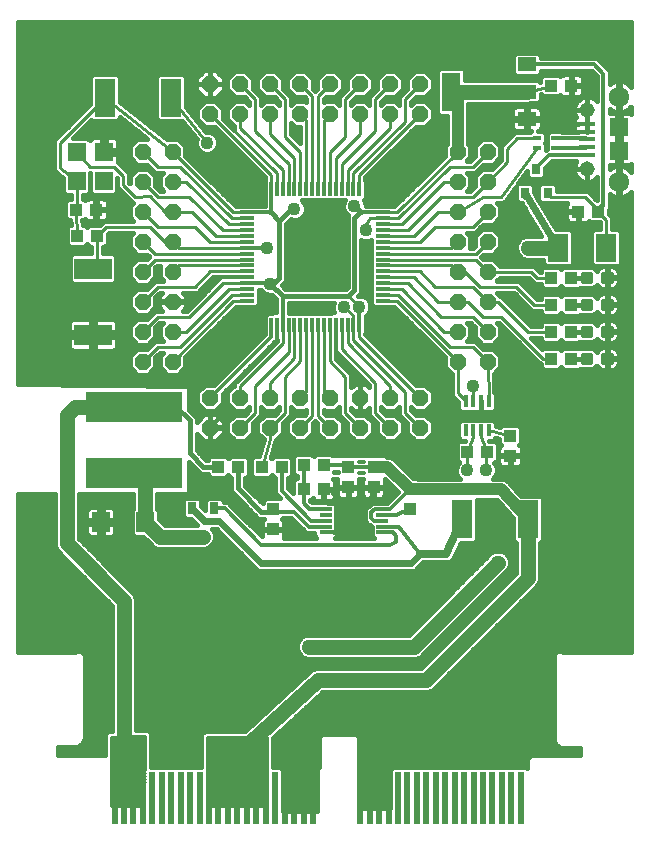
<source format=gtl>
G75*
%MOIN*%
%OFA0B0*%
%FSLAX25Y25*%
%IPPOS*%
%LPD*%
%AMOC8*
5,1,8,0,0,1.08239X$1,22.5*
%
%ADD10R,0.04331X0.03937*%
%ADD11R,0.07087X0.09449*%
%ADD12R,0.05906X0.06299*%
%ADD13R,0.03937X0.04331*%
%ADD14R,0.02756X0.01772*%
%ADD15OC8,0.05600*%
%ADD16R,0.03100X0.03500*%
%ADD17R,0.01181X0.04724*%
%ADD18R,0.04724X0.01181*%
%ADD19R,0.07087X0.12598*%
%ADD20R,0.12598X0.07087*%
%ADD21R,0.06102X0.05906*%
%ADD22R,0.05315X0.01575*%
%ADD23C,0.05150*%
%ADD24C,0.06791*%
%ADD25C,0.01181*%
%ADD26R,0.01772X0.03937*%
%ADD27R,0.06299X0.04724*%
%ADD28R,0.06299X0.12992*%
%ADD29R,0.06000X0.06600*%
%ADD30R,0.32283X0.10236*%
%ADD31R,0.03150X0.03937*%
%ADD32R,0.04000X0.01200*%
%ADD33R,0.06800X0.07500*%
%ADD34R,0.02362X0.17717*%
%ADD35C,0.01000*%
%ADD36C,0.04362*%
%ADD37C,0.01600*%
%ADD38C,0.04000*%
%ADD39C,0.01200*%
%ADD40C,0.05000*%
%ADD41C,0.04000*%
%ADD42C,0.02400*%
%ADD43C,0.05000*%
%ADD44C,0.02500*%
%ADD45C,0.03200*%
D10*
X0048971Y0217517D03*
X0055664Y0217517D03*
X0193680Y0142186D03*
X0193680Y0135494D03*
X0216334Y0216840D03*
X0223026Y0216840D03*
X0214026Y0258840D03*
X0207334Y0258840D03*
D11*
X0209708Y0204840D03*
X0225652Y0204840D03*
D12*
X0058208Y0226919D03*
X0049152Y0226919D03*
X0049152Y0236761D03*
X0058208Y0236761D03*
D13*
X0056026Y0208840D03*
X0049334Y0208840D03*
X0096334Y0131840D03*
X0103026Y0131840D03*
X0110834Y0131840D03*
X0117526Y0131840D03*
X0124834Y0132340D03*
X0131526Y0132340D03*
X0131526Y0124340D03*
X0124834Y0124340D03*
X0114680Y0117686D03*
X0114680Y0110994D03*
X0139680Y0124994D03*
X0139680Y0131686D03*
X0148180Y0131686D03*
X0148180Y0124994D03*
X0160180Y0124286D03*
X0160180Y0117594D03*
X0179334Y0136840D03*
X0186026Y0136840D03*
X0207334Y0167840D03*
X0214026Y0167840D03*
X0214026Y0176840D03*
X0207334Y0176840D03*
X0207334Y0185840D03*
X0214026Y0185840D03*
X0214026Y0194840D03*
X0207334Y0194840D03*
D14*
X0208731Y0238139D03*
X0208731Y0241289D03*
X0202629Y0241289D03*
X0202629Y0238139D03*
D15*
X0186180Y0236840D03*
X0186180Y0226840D03*
X0186180Y0216840D03*
X0186180Y0206840D03*
X0186180Y0196840D03*
X0186180Y0186840D03*
X0186180Y0176840D03*
X0186180Y0166840D03*
X0176180Y0166840D03*
X0176180Y0176840D03*
X0176180Y0186840D03*
X0176180Y0196840D03*
X0176180Y0206840D03*
X0176180Y0216840D03*
X0176180Y0226840D03*
X0176180Y0236840D03*
X0163680Y0249340D03*
X0163680Y0259340D03*
X0153680Y0259340D03*
X0153680Y0249340D03*
X0143680Y0249340D03*
X0143680Y0259340D03*
X0133680Y0259340D03*
X0133680Y0249340D03*
X0123680Y0249340D03*
X0123680Y0259340D03*
X0113680Y0259340D03*
X0113680Y0249340D03*
X0103680Y0249340D03*
X0103680Y0259340D03*
X0093680Y0259340D03*
X0093680Y0249340D03*
X0081180Y0236840D03*
X0081180Y0226840D03*
X0081180Y0216840D03*
X0081180Y0206840D03*
X0081180Y0196840D03*
X0081180Y0186840D03*
X0081180Y0176840D03*
X0081180Y0166840D03*
X0071180Y0166840D03*
X0071180Y0176840D03*
X0071180Y0186840D03*
X0071180Y0196840D03*
X0071180Y0206840D03*
X0071180Y0216840D03*
X0071180Y0226840D03*
X0071180Y0236840D03*
X0093680Y0154840D03*
X0093680Y0144840D03*
X0103680Y0144840D03*
X0103680Y0154840D03*
X0113680Y0154840D03*
X0113680Y0144840D03*
X0123680Y0144840D03*
X0123680Y0154840D03*
X0133680Y0154840D03*
X0133680Y0144840D03*
X0143680Y0144840D03*
X0143680Y0154840D03*
X0153680Y0154840D03*
X0153680Y0144840D03*
X0163680Y0144840D03*
X0163680Y0154840D03*
D16*
X0198580Y0223040D03*
X0206180Y0223040D03*
X0202380Y0231040D03*
D17*
X0143444Y0224478D03*
X0141475Y0224478D03*
X0139507Y0224478D03*
X0137538Y0224478D03*
X0135570Y0224478D03*
X0133601Y0224478D03*
X0131633Y0224478D03*
X0129664Y0224478D03*
X0127696Y0224478D03*
X0125727Y0224478D03*
X0123759Y0224478D03*
X0121790Y0224478D03*
X0119822Y0224478D03*
X0117853Y0224478D03*
X0115885Y0224478D03*
X0113916Y0224478D03*
X0113916Y0179202D03*
X0115885Y0179202D03*
X0117853Y0179202D03*
X0119822Y0179202D03*
X0121790Y0179202D03*
X0123759Y0179202D03*
X0125727Y0179202D03*
X0127696Y0179202D03*
X0129664Y0179202D03*
X0131633Y0179202D03*
X0133601Y0179202D03*
X0135570Y0179202D03*
X0137538Y0179202D03*
X0139507Y0179202D03*
X0141475Y0179202D03*
X0143444Y0179202D03*
D18*
X0151318Y0187076D03*
X0151318Y0189045D03*
X0151318Y0191013D03*
X0151318Y0192982D03*
X0151318Y0194950D03*
X0151318Y0196919D03*
X0151318Y0198887D03*
X0151318Y0200856D03*
X0151318Y0202824D03*
X0151318Y0204793D03*
X0151318Y0206761D03*
X0151318Y0208730D03*
X0151318Y0210698D03*
X0151318Y0212667D03*
X0151318Y0214635D03*
X0151318Y0216604D03*
X0106042Y0216604D03*
X0106042Y0214635D03*
X0106042Y0212667D03*
X0106042Y0210698D03*
X0106042Y0208730D03*
X0106042Y0206761D03*
X0106042Y0204793D03*
X0106042Y0202824D03*
X0106042Y0200856D03*
X0106042Y0198887D03*
X0106042Y0196919D03*
X0106042Y0194950D03*
X0106042Y0192982D03*
X0106042Y0191013D03*
X0106042Y0189045D03*
X0106042Y0187076D03*
D19*
X0080704Y0254840D03*
X0058656Y0254840D03*
X0177656Y0114340D03*
X0199704Y0114340D03*
D20*
X0054680Y0175816D03*
X0054680Y0197864D03*
D21*
X0229991Y0237053D03*
X0229991Y0244927D03*
D22*
X0219361Y0246108D03*
X0219361Y0243549D03*
X0219361Y0240990D03*
X0219361Y0238431D03*
X0219361Y0235872D03*
D23*
X0219361Y0231147D03*
X0219361Y0250833D03*
D24*
X0229991Y0255153D03*
X0229991Y0226827D03*
D25*
X0224755Y0196218D02*
X0224755Y0193462D01*
X0224755Y0196218D02*
X0227511Y0196218D01*
X0227511Y0193462D01*
X0224755Y0193462D01*
X0224755Y0194642D02*
X0227511Y0194642D01*
X0227511Y0195822D02*
X0224755Y0195822D01*
X0217849Y0196218D02*
X0217849Y0193462D01*
X0217849Y0196218D02*
X0220605Y0196218D01*
X0220605Y0193462D01*
X0217849Y0193462D01*
X0217849Y0194642D02*
X0220605Y0194642D01*
X0220605Y0195822D02*
X0217849Y0195822D01*
X0217849Y0187218D02*
X0217849Y0184462D01*
X0217849Y0187218D02*
X0220605Y0187218D01*
X0220605Y0184462D01*
X0217849Y0184462D01*
X0217849Y0185642D02*
X0220605Y0185642D01*
X0220605Y0186822D02*
X0217849Y0186822D01*
X0224755Y0187218D02*
X0224755Y0184462D01*
X0224755Y0187218D02*
X0227511Y0187218D01*
X0227511Y0184462D01*
X0224755Y0184462D01*
X0224755Y0185642D02*
X0227511Y0185642D01*
X0227511Y0186822D02*
X0224755Y0186822D01*
X0224755Y0178218D02*
X0224755Y0175462D01*
X0224755Y0178218D02*
X0227511Y0178218D01*
X0227511Y0175462D01*
X0224755Y0175462D01*
X0224755Y0176642D02*
X0227511Y0176642D01*
X0227511Y0177822D02*
X0224755Y0177822D01*
X0217849Y0178218D02*
X0217849Y0175462D01*
X0217849Y0178218D02*
X0220605Y0178218D01*
X0220605Y0175462D01*
X0217849Y0175462D01*
X0217849Y0176642D02*
X0220605Y0176642D01*
X0220605Y0177822D02*
X0217849Y0177822D01*
X0217849Y0169218D02*
X0217849Y0166462D01*
X0217849Y0169218D02*
X0220605Y0169218D01*
X0220605Y0166462D01*
X0217849Y0166462D01*
X0217849Y0167642D02*
X0220605Y0167642D01*
X0220605Y0168822D02*
X0217849Y0168822D01*
X0224755Y0169218D02*
X0224755Y0166462D01*
X0224755Y0169218D02*
X0227511Y0169218D01*
X0227511Y0166462D01*
X0224755Y0166462D01*
X0224755Y0167642D02*
X0227511Y0167642D01*
X0227511Y0168822D02*
X0224755Y0168822D01*
D26*
X0186519Y0153663D03*
X0183960Y0153663D03*
X0181400Y0153663D03*
X0178841Y0153663D03*
X0178841Y0144017D03*
X0181400Y0144017D03*
X0183960Y0144017D03*
X0186519Y0144017D03*
D27*
X0199278Y0247785D03*
X0199278Y0256840D03*
X0199278Y0265895D03*
D28*
X0174082Y0256840D03*
D29*
X0072080Y0113340D03*
X0057280Y0113340D03*
D30*
X0068180Y0129816D03*
X0068180Y0151864D03*
D31*
X0087640Y0117964D03*
X0095120Y0117964D03*
X0091380Y0108516D03*
D32*
X0132230Y0109900D03*
X0132230Y0111870D03*
X0132230Y0113840D03*
X0132230Y0115810D03*
X0132230Y0117780D03*
X0151130Y0117780D03*
X0151130Y0115810D03*
X0151130Y0113840D03*
X0151130Y0111870D03*
X0151130Y0109900D03*
D33*
X0141680Y0113840D03*
D34*
X0143719Y0021289D03*
X0146869Y0021289D03*
X0150019Y0021289D03*
X0153168Y0021289D03*
X0156318Y0021289D03*
X0159467Y0021289D03*
X0162617Y0021289D03*
X0165767Y0021289D03*
X0168916Y0021289D03*
X0172066Y0021289D03*
X0175215Y0021289D03*
X0178365Y0021289D03*
X0181515Y0021289D03*
X0184664Y0021289D03*
X0187814Y0021289D03*
X0190963Y0021289D03*
X0194113Y0021289D03*
X0197263Y0021289D03*
X0127971Y0021289D03*
X0124822Y0021289D03*
X0121672Y0021289D03*
X0118523Y0021289D03*
X0115373Y0021289D03*
X0112223Y0021289D03*
X0109074Y0021289D03*
X0105924Y0021289D03*
X0102774Y0021289D03*
X0099625Y0021289D03*
X0096475Y0021289D03*
X0093326Y0021289D03*
X0090176Y0021289D03*
X0087026Y0021289D03*
X0083877Y0021289D03*
X0080727Y0021289D03*
X0077578Y0021289D03*
X0074428Y0021289D03*
X0071278Y0021289D03*
X0068129Y0021289D03*
X0064979Y0021289D03*
X0061830Y0021289D03*
D35*
X0064979Y0021289D01*
X0064979Y0034800D01*
X0064979Y0035551D01*
X0064589Y0035941D01*
X0064850Y0042370D01*
X0060680Y0041840D02*
X0072110Y0042010D01*
X0071680Y0018840D01*
X0060680Y0018840D01*
X0060680Y0041840D01*
X0060680Y0041755D02*
X0072105Y0041755D01*
X0072087Y0040757D02*
X0060680Y0040757D01*
X0060680Y0039758D02*
X0072068Y0039758D01*
X0072050Y0038760D02*
X0060680Y0038760D01*
X0060680Y0037761D02*
X0072031Y0037761D01*
X0072013Y0036763D02*
X0060680Y0036763D01*
X0060680Y0035764D02*
X0071994Y0035764D01*
X0071976Y0034766D02*
X0060680Y0034766D01*
X0060680Y0033767D02*
X0071957Y0033767D01*
X0071938Y0032769D02*
X0060680Y0032769D01*
X0060680Y0031770D02*
X0071920Y0031770D01*
X0071901Y0030772D02*
X0060680Y0030772D01*
X0060680Y0029773D02*
X0071883Y0029773D01*
X0071864Y0028775D02*
X0060680Y0028775D01*
X0060680Y0027776D02*
X0071846Y0027776D01*
X0071827Y0026778D02*
X0060680Y0026778D01*
X0060680Y0025779D02*
X0071809Y0025779D01*
X0071790Y0024781D02*
X0060680Y0024781D01*
X0060680Y0023782D02*
X0071772Y0023782D01*
X0071753Y0022784D02*
X0060680Y0022784D01*
X0060680Y0021785D02*
X0071735Y0021785D01*
X0071278Y0021289D02*
X0068129Y0021289D01*
X0064979Y0021289D01*
X0060680Y0020787D02*
X0071716Y0020787D01*
X0071698Y0019788D02*
X0060680Y0019788D01*
X0092680Y0019788D02*
X0112680Y0019788D01*
X0112680Y0018840D02*
X0092680Y0018840D01*
X0092680Y0041840D01*
X0112680Y0041840D01*
X0112680Y0018840D01*
X0112680Y0020787D02*
X0092680Y0020787D01*
X0092680Y0021785D02*
X0112680Y0021785D01*
X0112680Y0022784D02*
X0092680Y0022784D01*
X0092680Y0023782D02*
X0112680Y0023782D01*
X0112680Y0024781D02*
X0092680Y0024781D01*
X0092680Y0025779D02*
X0112680Y0025779D01*
X0112680Y0026778D02*
X0092680Y0026778D01*
X0092680Y0027776D02*
X0112680Y0027776D01*
X0112680Y0028775D02*
X0092680Y0028775D01*
X0092680Y0029773D02*
X0112680Y0029773D01*
X0112680Y0030772D02*
X0092680Y0030772D01*
X0092680Y0031770D02*
X0112680Y0031770D01*
X0112680Y0032769D02*
X0092680Y0032769D01*
X0092680Y0033767D02*
X0112680Y0033767D01*
X0112680Y0034766D02*
X0092680Y0034766D01*
X0092680Y0035764D02*
X0112680Y0035764D01*
X0112680Y0036763D02*
X0092680Y0036763D01*
X0092680Y0037761D02*
X0112680Y0037761D01*
X0112680Y0038760D02*
X0092680Y0038760D01*
X0092680Y0039758D02*
X0112680Y0039758D01*
X0112680Y0040757D02*
X0092680Y0040757D01*
X0092680Y0041755D02*
X0112680Y0041755D01*
X0116800Y0033800D02*
X0116800Y0031347D01*
X0117051Y0031347D01*
X0117754Y0030644D01*
X0117754Y0016800D01*
X0129800Y0016800D01*
X0129800Y0033800D01*
X0116800Y0033800D01*
X0116800Y0033767D02*
X0129800Y0033767D01*
X0129800Y0032769D02*
X0116800Y0032769D01*
X0116800Y0031770D02*
X0129800Y0031770D01*
X0129800Y0030772D02*
X0117626Y0030772D01*
X0117754Y0029773D02*
X0129800Y0029773D01*
X0129800Y0028775D02*
X0117754Y0028775D01*
X0117754Y0027776D02*
X0129800Y0027776D01*
X0129800Y0026778D02*
X0117754Y0026778D01*
X0117754Y0025779D02*
X0129800Y0025779D01*
X0129800Y0024781D02*
X0117754Y0024781D01*
X0117754Y0023782D02*
X0129800Y0023782D01*
X0129800Y0022784D02*
X0117754Y0022784D01*
X0117754Y0021785D02*
X0129800Y0021785D01*
X0129800Y0020787D02*
X0117754Y0020787D01*
X0117754Y0019788D02*
X0129800Y0019788D01*
X0129800Y0018790D02*
X0117754Y0018790D01*
X0117754Y0017791D02*
X0129800Y0017791D01*
X0143107Y0017800D02*
X0143107Y0031800D01*
X0154800Y0031800D01*
X0154800Y0031347D01*
X0154640Y0031347D01*
X0153937Y0030644D01*
X0153937Y0017800D01*
X0143107Y0017800D01*
X0143107Y0018790D02*
X0153937Y0018790D01*
X0153937Y0019788D02*
X0143107Y0019788D01*
X0143107Y0020787D02*
X0153937Y0020787D01*
X0153937Y0021785D02*
X0143107Y0021785D01*
X0143107Y0022784D02*
X0153937Y0022784D01*
X0153937Y0023782D02*
X0143107Y0023782D01*
X0143107Y0024781D02*
X0153937Y0024781D01*
X0153937Y0025779D02*
X0143107Y0025779D01*
X0143107Y0026778D02*
X0153937Y0026778D01*
X0153937Y0027776D02*
X0143107Y0027776D01*
X0143107Y0028775D02*
X0153937Y0028775D01*
X0153937Y0029773D02*
X0143107Y0029773D01*
X0143107Y0030772D02*
X0154064Y0030772D01*
X0154800Y0031770D02*
X0143107Y0031770D01*
X0146070Y0108440D02*
X0137430Y0108340D01*
X0137430Y0119340D01*
X0146070Y0119440D01*
X0146070Y0117866D01*
X0145640Y0117436D01*
X0145640Y0114134D01*
X0146070Y0113704D01*
X0146070Y0108440D01*
X0146070Y0108656D02*
X0137430Y0108656D01*
X0137430Y0109654D02*
X0146070Y0109654D01*
X0146070Y0110653D02*
X0137430Y0110653D01*
X0137430Y0111651D02*
X0146070Y0111651D01*
X0146070Y0112650D02*
X0137430Y0112650D01*
X0137430Y0113648D02*
X0146070Y0113648D01*
X0145640Y0114647D02*
X0137430Y0114647D01*
X0137430Y0115645D02*
X0145640Y0115645D01*
X0145640Y0116644D02*
X0137430Y0116644D01*
X0137430Y0117642D02*
X0145847Y0117642D01*
X0146070Y0118641D02*
X0137430Y0118641D01*
X0136511Y0129840D02*
X0134695Y0129840D01*
X0134695Y0130540D01*
X0136511Y0130540D01*
X0136511Y0129840D01*
X0142848Y0129840D02*
X0142848Y0129886D01*
X0145011Y0129886D01*
X0145011Y0129840D01*
X0142848Y0129840D01*
X0142848Y0133486D02*
X0142848Y0133840D01*
X0145011Y0133840D01*
X0145011Y0133486D01*
X0142848Y0133486D01*
X0142848Y0133618D02*
X0145011Y0133618D01*
X0143680Y0144840D02*
X0138680Y0149840D01*
X0138680Y0161840D01*
X0133601Y0166919D01*
X0133601Y0179202D01*
X0131633Y0179202D02*
X0131633Y0156887D01*
X0133680Y0154840D01*
X0129664Y0148856D02*
X0133680Y0144840D01*
X0129664Y0148856D02*
X0129664Y0179202D01*
X0127696Y0179202D02*
X0127696Y0148856D01*
X0123680Y0144840D01*
X0118680Y0149840D02*
X0113680Y0144840D01*
X0113680Y0140994D01*
X0110834Y0131840D01*
X0103680Y0144840D02*
X0108680Y0149840D01*
X0108680Y0158840D01*
X0119822Y0169982D01*
X0119822Y0179202D01*
X0121790Y0179202D02*
X0121790Y0167950D01*
X0113680Y0159840D01*
X0113680Y0154840D01*
X0118680Y0149840D02*
X0118680Y0161840D01*
X0123759Y0166919D01*
X0123759Y0179202D01*
X0125727Y0179202D02*
X0125727Y0156887D01*
X0123680Y0154840D01*
X0137538Y0170982D02*
X0148680Y0159840D01*
X0148680Y0149840D01*
X0153680Y0144840D01*
X0158680Y0149840D02*
X0163680Y0144840D01*
X0158680Y0149840D02*
X0158680Y0156840D01*
X0141475Y0174045D01*
X0141475Y0179202D01*
X0141475Y0182325D01*
X0138370Y0185040D01*
X0139800Y0188800D02*
X0139820Y0188800D01*
X0143460Y0185160D01*
X0143460Y0179218D02*
X0143444Y0179202D01*
X0143444Y0175076D01*
X0163680Y0154840D01*
X0153680Y0154840D02*
X0153680Y0158840D01*
X0139507Y0173013D01*
X0139507Y0179202D01*
X0137538Y0179202D02*
X0137538Y0170982D01*
X0151318Y0187076D02*
X0155944Y0187076D01*
X0176180Y0166840D01*
X0176180Y0156324D01*
X0178841Y0153663D01*
X0181400Y0153663D02*
X0181400Y0158790D01*
X0186519Y0153663D02*
X0186180Y0166840D01*
X0181180Y0171840D01*
X0173680Y0171840D01*
X0156475Y0189045D01*
X0151318Y0189045D01*
X0151318Y0191013D02*
X0157507Y0191013D01*
X0171680Y0176840D01*
X0176180Y0176840D01*
X0181180Y0181840D02*
X0170680Y0181840D01*
X0159538Y0192982D01*
X0151318Y0192982D01*
X0151318Y0194950D02*
X0161570Y0194950D01*
X0169680Y0186840D01*
X0176180Y0186840D01*
X0179680Y0186840D01*
X0184680Y0181840D01*
X0190760Y0181840D01*
X0204800Y0167800D01*
X0207294Y0167800D01*
X0207334Y0167840D01*
X0207294Y0176800D02*
X0199800Y0176800D01*
X0189760Y0186840D01*
X0186180Y0186840D01*
X0181180Y0191840D01*
X0168680Y0191840D01*
X0163601Y0196919D01*
X0151318Y0196919D01*
X0151318Y0198887D02*
X0174133Y0198887D01*
X0176180Y0196840D01*
X0178680Y0196840D01*
X0183680Y0191840D01*
X0195760Y0191840D01*
X0201800Y0185800D01*
X0207294Y0185800D01*
X0207334Y0185840D01*
X0207294Y0194800D02*
X0202800Y0194800D01*
X0200760Y0196840D01*
X0186180Y0196840D01*
X0182164Y0200856D01*
X0151318Y0200856D01*
X0151318Y0202824D02*
X0182164Y0202824D01*
X0186180Y0206840D01*
X0181180Y0211840D02*
X0186180Y0216840D01*
X0184680Y0221840D02*
X0190680Y0221840D01*
X0202629Y0238139D01*
X0202629Y0241289D02*
X0196129Y0241289D01*
X0192680Y0237840D01*
X0192680Y0233340D01*
X0186180Y0226840D01*
X0181180Y0221840D01*
X0170680Y0221840D01*
X0159538Y0210698D01*
X0151318Y0210698D01*
X0151318Y0208730D02*
X0161570Y0208730D01*
X0169680Y0216840D01*
X0176180Y0216840D01*
X0184680Y0221840D01*
X0176180Y0226840D02*
X0171680Y0226840D01*
X0157507Y0212667D01*
X0151318Y0212667D01*
X0151318Y0214635D02*
X0147065Y0214635D01*
X0145530Y0212850D01*
X0145530Y0210710D01*
X0145520Y0210700D01*
X0151318Y0214635D02*
X0156475Y0214635D01*
X0173680Y0231840D01*
X0181180Y0231840D01*
X0186180Y0236840D01*
X0176180Y0236840D02*
X0155944Y0216604D01*
X0151318Y0216604D01*
X0143444Y0224478D02*
X0143444Y0229104D01*
X0163680Y0249340D01*
X0158680Y0246840D02*
X0158680Y0254340D01*
X0163680Y0259340D01*
X0153680Y0259340D02*
X0148680Y0254340D01*
X0148680Y0243840D01*
X0137538Y0232698D01*
X0137538Y0224478D01*
X0135570Y0224478D02*
X0135570Y0234730D01*
X0143680Y0242840D01*
X0143680Y0249340D01*
X0138680Y0254340D02*
X0138680Y0241840D01*
X0133601Y0236761D01*
X0133601Y0224478D01*
X0131633Y0224478D02*
X0131633Y0247293D01*
X0133680Y0249340D01*
X0138680Y0254340D02*
X0143680Y0259340D01*
X0133680Y0259340D02*
X0129664Y0255324D01*
X0129664Y0224478D01*
X0127696Y0224478D02*
X0127696Y0255324D01*
X0123680Y0259340D01*
X0118680Y0254340D02*
X0113680Y0259340D01*
X0108680Y0254340D02*
X0103680Y0259340D01*
X0108680Y0254340D02*
X0108680Y0243840D01*
X0119822Y0232698D01*
X0119822Y0224478D01*
X0121790Y0224478D02*
X0121790Y0234730D01*
X0113680Y0242840D01*
X0113680Y0249340D01*
X0118680Y0254340D02*
X0118680Y0241840D01*
X0123759Y0236761D01*
X0123759Y0224478D01*
X0125727Y0224478D02*
X0125727Y0247293D01*
X0123680Y0249340D01*
X0117853Y0230667D02*
X0103680Y0244840D01*
X0103680Y0249340D01*
X0098800Y0246800D02*
X0098800Y0253800D01*
X0093680Y0249340D02*
X0113916Y0229104D01*
X0113916Y0224478D01*
X0115885Y0224478D02*
X0115885Y0229715D01*
X0098800Y0246800D01*
X0092680Y0239840D02*
X0080704Y0254840D01*
X0081180Y0236840D02*
X0058656Y0254840D01*
X0043680Y0239840D01*
X0043680Y0231391D01*
X0049152Y0226919D01*
X0049152Y0218336D01*
X0048971Y0217517D01*
X0049334Y0208840D01*
X0056026Y0208840D02*
X0056026Y0199210D01*
X0054680Y0197864D01*
X0056026Y0208840D02*
X0059026Y0211840D01*
X0073680Y0211840D01*
X0078680Y0206840D01*
X0081180Y0206840D01*
X0083227Y0204793D01*
X0106042Y0204793D01*
X0107680Y0204840D01*
X0106042Y0206761D02*
X0093759Y0206761D01*
X0088680Y0211840D01*
X0076180Y0211840D01*
X0071180Y0216840D01*
X0068680Y0221840D02*
X0064800Y0225720D01*
X0064800Y0228800D01*
X0061800Y0231800D01*
X0053800Y0231800D01*
X0049152Y0236448D01*
X0049152Y0236761D01*
X0068680Y0221840D02*
X0073601Y0221919D01*
X0078680Y0216840D01*
X0081180Y0216840D01*
X0087680Y0216840D01*
X0095790Y0208730D01*
X0106042Y0208730D01*
X0106042Y0210698D02*
X0097822Y0210698D01*
X0086680Y0221840D01*
X0076180Y0221840D01*
X0071180Y0226840D01*
X0076180Y0231840D02*
X0071180Y0236840D01*
X0076180Y0231840D02*
X0083680Y0231840D01*
X0100885Y0214635D01*
X0106042Y0214635D01*
X0106042Y0212667D02*
X0099853Y0212667D01*
X0085680Y0226840D01*
X0081180Y0226840D01*
X0081180Y0236840D02*
X0101416Y0216604D01*
X0106042Y0216604D01*
X0106042Y0202824D02*
X0075196Y0202824D01*
X0071180Y0206840D01*
X0075196Y0200856D02*
X0071180Y0196840D01*
X0075196Y0200856D02*
X0106042Y0200856D01*
X0106042Y0198887D02*
X0083227Y0198887D01*
X0081180Y0196840D01*
X0076180Y0191840D02*
X0071180Y0186840D01*
X0076180Y0191840D02*
X0088680Y0191840D01*
X0093759Y0196919D01*
X0106042Y0196919D01*
X0106042Y0192982D02*
X0097822Y0192982D01*
X0086680Y0181840D01*
X0076180Y0181840D01*
X0071180Y0176840D01*
X0076180Y0171840D02*
X0071180Y0166840D01*
X0076180Y0171840D02*
X0083680Y0171840D01*
X0100885Y0189045D01*
X0106042Y0189045D01*
X0106042Y0191013D02*
X0099853Y0191013D01*
X0085680Y0176840D01*
X0081180Y0176840D01*
X0081180Y0166840D02*
X0101416Y0187076D01*
X0106042Y0187076D01*
X0117853Y0179202D02*
X0117853Y0173013D01*
X0103680Y0158840D01*
X0103680Y0154840D01*
X0151318Y0204793D02*
X0174133Y0204793D01*
X0176180Y0206840D01*
X0181180Y0211840D02*
X0168680Y0211840D01*
X0163601Y0206761D01*
X0151318Y0206761D01*
X0141475Y0224478D02*
X0141475Y0229635D01*
X0158680Y0246840D01*
X0153680Y0244840D02*
X0153680Y0249340D01*
X0153680Y0244840D02*
X0139507Y0230667D01*
X0139507Y0224478D01*
X0117853Y0224478D02*
X0117853Y0230667D01*
X0181180Y0181840D02*
X0186180Y0176840D01*
X0207294Y0176800D02*
X0207334Y0176840D01*
X0207294Y0194800D02*
X0207334Y0194840D01*
X0225652Y0204840D02*
X0225652Y0214214D01*
X0223026Y0216840D01*
X0223026Y0217494D01*
X0218680Y0221840D01*
X0207380Y0221840D01*
X0206180Y0223040D01*
X0222800Y0217800D02*
X0224800Y0219800D01*
X0207334Y0258840D02*
X0199278Y0256840D01*
X0196180Y0256840D01*
X0186519Y0144017D02*
X0193680Y0142186D01*
X0186026Y0136840D02*
X0185680Y0136494D01*
X0185580Y0130690D01*
X0186026Y0136840D02*
X0183960Y0141560D01*
X0183960Y0144017D01*
X0181400Y0144017D02*
X0181400Y0141560D01*
X0179334Y0136840D01*
X0179334Y0129710D01*
X0179360Y0130610D01*
D36*
X0179360Y0130610D03*
X0185580Y0130690D03*
X0181400Y0158790D03*
X0165800Y0163800D03*
X0149800Y0138800D03*
X0153470Y0123290D03*
X0121800Y0110800D03*
X0110800Y0122800D03*
X0102800Y0118800D03*
X0118800Y0139800D03*
X0089800Y0163800D03*
X0113800Y0192800D03*
X0112680Y0204840D03*
X0121800Y0217800D03*
X0125240Y0203350D03*
X0137800Y0207800D03*
X0145520Y0210700D03*
X0141800Y0218800D03*
X0169800Y0244800D03*
X0150800Y0270800D03*
X0123800Y0272800D03*
X0101800Y0270800D03*
X0092680Y0239840D03*
X0100800Y0224800D03*
X0128060Y0184780D03*
X0138370Y0185040D03*
X0143460Y0185160D03*
X0078800Y0119800D03*
X0059800Y0104800D03*
X0062800Y0217800D03*
X0062800Y0243800D03*
D37*
X0043013Y0038530D02*
X0043013Y0035583D01*
X0058680Y0035583D01*
X0058680Y0041825D01*
X0058668Y0042639D01*
X0058680Y0042651D01*
X0058680Y0042668D01*
X0059255Y0043244D01*
X0059822Y0043827D01*
X0059839Y0043828D01*
X0059852Y0043840D01*
X0060665Y0043840D01*
X0060979Y0043845D01*
X0060979Y0085484D01*
X0043614Y0102849D01*
X0042489Y0103974D01*
X0041880Y0105444D01*
X0041880Y0122800D01*
X0029600Y0122800D01*
X0029600Y0070100D01*
X0048608Y0070100D01*
X0048973Y0070465D01*
X0050671Y0070465D01*
X0051872Y0069264D01*
X0051872Y0040794D01*
X0051733Y0040655D01*
X0051006Y0039396D01*
X0051006Y0039396D01*
X0049933Y0038776D01*
X0049687Y0038530D01*
X0043013Y0038530D01*
X0043013Y0037376D02*
X0058680Y0037376D01*
X0058680Y0035778D02*
X0043013Y0035778D01*
X0050276Y0038975D02*
X0058680Y0038975D01*
X0058680Y0040573D02*
X0051686Y0040573D01*
X0051872Y0042172D02*
X0058675Y0042172D01*
X0059766Y0043770D02*
X0051872Y0043770D01*
X0051872Y0045369D02*
X0060979Y0045369D01*
X0060979Y0046967D02*
X0051872Y0046967D01*
X0051872Y0048566D02*
X0060979Y0048566D01*
X0060979Y0050164D02*
X0051872Y0050164D01*
X0051872Y0051763D02*
X0060979Y0051763D01*
X0060979Y0053361D02*
X0051872Y0053361D01*
X0051872Y0054960D02*
X0060979Y0054960D01*
X0060979Y0056558D02*
X0051872Y0056558D01*
X0051872Y0058157D02*
X0060979Y0058157D01*
X0060979Y0059755D02*
X0051872Y0059755D01*
X0051872Y0061354D02*
X0060979Y0061354D01*
X0060979Y0062952D02*
X0051872Y0062952D01*
X0051872Y0064551D02*
X0060979Y0064551D01*
X0060979Y0066149D02*
X0051872Y0066149D01*
X0051872Y0067748D02*
X0060979Y0067748D01*
X0060979Y0069346D02*
X0051789Y0069346D01*
X0060979Y0070945D02*
X0029600Y0070945D01*
X0029600Y0072543D02*
X0060979Y0072543D01*
X0060979Y0074142D02*
X0029600Y0074142D01*
X0029600Y0075740D02*
X0060979Y0075740D01*
X0060979Y0077339D02*
X0029600Y0077339D01*
X0029600Y0078937D02*
X0060979Y0078937D01*
X0060979Y0080536D02*
X0029600Y0080536D01*
X0029600Y0082134D02*
X0060979Y0082134D01*
X0060979Y0083733D02*
X0029600Y0083733D01*
X0029600Y0085332D02*
X0060979Y0085332D01*
X0059533Y0086930D02*
X0029600Y0086930D01*
X0029600Y0088529D02*
X0057935Y0088529D01*
X0056336Y0090127D02*
X0029600Y0090127D01*
X0029600Y0091726D02*
X0054738Y0091726D01*
X0053139Y0093324D02*
X0029600Y0093324D01*
X0029600Y0094923D02*
X0051541Y0094923D01*
X0049942Y0096521D02*
X0029600Y0096521D01*
X0029600Y0098120D02*
X0048344Y0098120D01*
X0046745Y0099718D02*
X0029600Y0099718D01*
X0029600Y0101317D02*
X0045146Y0101317D01*
X0043548Y0102915D02*
X0029600Y0102915D01*
X0029600Y0104514D02*
X0042265Y0104514D01*
X0041880Y0106112D02*
X0029600Y0106112D01*
X0029600Y0107711D02*
X0041880Y0107711D01*
X0041880Y0109309D02*
X0029600Y0109309D01*
X0029600Y0110908D02*
X0041880Y0110908D01*
X0041880Y0112506D02*
X0029600Y0112506D01*
X0029600Y0114105D02*
X0041880Y0114105D01*
X0041880Y0115703D02*
X0029600Y0115703D01*
X0029600Y0117302D02*
X0041880Y0117302D01*
X0041880Y0118900D02*
X0029600Y0118900D01*
X0029600Y0120499D02*
X0041880Y0120499D01*
X0041880Y0122097D02*
X0029600Y0122097D01*
X0049880Y0122097D02*
X0068080Y0122097D01*
X0068080Y0122800D02*
X0068080Y0117761D01*
X0067580Y0117261D01*
X0067580Y0109419D01*
X0068459Y0108540D01*
X0071223Y0108540D01*
X0073513Y0106250D01*
X0074639Y0105125D01*
X0076109Y0104516D01*
X0092176Y0104516D01*
X0093459Y0105047D01*
X0093576Y0105047D01*
X0094455Y0105926D01*
X0094455Y0105934D01*
X0094771Y0106250D01*
X0095380Y0107720D01*
X0095380Y0109311D01*
X0094771Y0110781D01*
X0094455Y0111098D01*
X0094455Y0111100D01*
X0095682Y0111100D01*
X0109271Y0097511D01*
X0110263Y0097100D01*
X0161337Y0097100D01*
X0162329Y0097511D01*
X0163089Y0098271D01*
X0164808Y0099990D01*
X0172417Y0099990D01*
X0172924Y0099975D01*
X0172962Y0099990D01*
X0173003Y0099990D01*
X0173472Y0100184D01*
X0173947Y0100365D01*
X0173976Y0100393D01*
X0174014Y0100409D01*
X0174373Y0100767D01*
X0174742Y0101116D01*
X0174759Y0101153D01*
X0174788Y0101182D01*
X0174982Y0101651D01*
X0177174Y0106541D01*
X0181821Y0106541D01*
X0182700Y0107419D01*
X0182700Y0120740D01*
X0189244Y0120740D01*
X0194660Y0114715D01*
X0194660Y0107419D01*
X0195539Y0106541D01*
X0195680Y0106541D01*
X0195680Y0096497D01*
X0164023Y0064840D01*
X0129757Y0064840D01*
X0129039Y0064868D01*
X0128964Y0064840D01*
X0128884Y0064840D01*
X0128220Y0064565D01*
X0127547Y0064316D01*
X0127488Y0064262D01*
X0127414Y0064231D01*
X0126906Y0063723D01*
X0105426Y0043840D01*
X0091852Y0043840D01*
X0090680Y0042668D01*
X0090680Y0031647D01*
X0073918Y0031647D01*
X0074095Y0041184D01*
X0074122Y0041211D01*
X0074110Y0042006D01*
X0074125Y0042801D01*
X0074098Y0042829D01*
X0074097Y0042868D01*
X0073527Y0043422D01*
X0072975Y0043994D01*
X0072936Y0043995D01*
X0072909Y0044022D01*
X0072114Y0044010D01*
X0071319Y0044025D01*
X0071291Y0043998D01*
X0068979Y0043964D01*
X0068979Y0087936D01*
X0068370Y0089407D01*
X0049880Y0107897D01*
X0049880Y0122800D01*
X0068080Y0122800D01*
X0068080Y0120499D02*
X0049880Y0120499D01*
X0049880Y0118900D02*
X0068080Y0118900D01*
X0067620Y0117302D02*
X0061966Y0117302D01*
X0061957Y0117335D02*
X0061720Y0117745D01*
X0061385Y0118080D01*
X0060975Y0118317D01*
X0060517Y0118440D01*
X0057980Y0118440D01*
X0057980Y0114040D01*
X0056580Y0114040D01*
X0056580Y0118440D01*
X0054043Y0118440D01*
X0053585Y0118317D01*
X0053175Y0118080D01*
X0052840Y0117745D01*
X0052603Y0117335D01*
X0052480Y0116877D01*
X0052480Y0114040D01*
X0056580Y0114040D01*
X0056580Y0112640D01*
X0057980Y0112640D01*
X0057980Y0114040D01*
X0062080Y0114040D01*
X0062080Y0116877D01*
X0061957Y0117335D01*
X0062080Y0115703D02*
X0067580Y0115703D01*
X0067580Y0114105D02*
X0062080Y0114105D01*
X0062080Y0112640D02*
X0062080Y0109803D01*
X0061957Y0109345D01*
X0061720Y0108935D01*
X0061385Y0108600D01*
X0060975Y0108363D01*
X0060517Y0108240D01*
X0057980Y0108240D01*
X0057980Y0112640D01*
X0062080Y0112640D01*
X0062080Y0112506D02*
X0067580Y0112506D01*
X0067580Y0110908D02*
X0062080Y0110908D01*
X0061937Y0109309D02*
X0067689Y0109309D01*
X0072052Y0107711D02*
X0050066Y0107711D01*
X0049880Y0109309D02*
X0052623Y0109309D01*
X0052603Y0109345D02*
X0052840Y0108935D01*
X0053175Y0108600D01*
X0053585Y0108363D01*
X0054043Y0108240D01*
X0056580Y0108240D01*
X0056580Y0112640D01*
X0052480Y0112640D01*
X0052480Y0109803D01*
X0052603Y0109345D01*
X0052480Y0110908D02*
X0049880Y0110908D01*
X0049880Y0112506D02*
X0052480Y0112506D01*
X0052480Y0114105D02*
X0049880Y0114105D01*
X0049880Y0115703D02*
X0052480Y0115703D01*
X0052594Y0117302D02*
X0049880Y0117302D01*
X0056580Y0117302D02*
X0057980Y0117302D01*
X0057980Y0115703D02*
X0056580Y0115703D01*
X0056580Y0114105D02*
X0057980Y0114105D01*
X0057980Y0112506D02*
X0056580Y0112506D01*
X0056580Y0110908D02*
X0057980Y0110908D01*
X0057980Y0109309D02*
X0056580Y0109309D01*
X0053263Y0104514D02*
X0102268Y0104514D01*
X0100669Y0106112D02*
X0094633Y0106112D01*
X0095376Y0107711D02*
X0099071Y0107711D01*
X0097472Y0109309D02*
X0095380Y0109309D01*
X0095874Y0110908D02*
X0094645Y0110908D01*
X0089270Y0112516D02*
X0078561Y0112516D01*
X0076580Y0114497D01*
X0076580Y0117261D01*
X0076080Y0117761D01*
X0076080Y0122800D01*
X0086800Y0122800D01*
X0086800Y0133267D01*
X0090527Y0129540D01*
X0092865Y0129540D01*
X0092865Y0129053D01*
X0093744Y0128175D01*
X0098923Y0128175D01*
X0099680Y0128931D01*
X0100437Y0128175D01*
X0100726Y0128175D01*
X0100726Y0123621D01*
X0102074Y0122274D01*
X0109807Y0114540D01*
X0111547Y0114540D01*
X0111271Y0114264D01*
X0111034Y0113854D01*
X0110911Y0113396D01*
X0110911Y0111178D01*
X0114496Y0111178D01*
X0114496Y0110809D01*
X0110911Y0110809D01*
X0110911Y0108658D01*
X0100736Y0118834D01*
X0099505Y0120064D01*
X0098195Y0120064D01*
X0098195Y0120554D01*
X0097316Y0121433D01*
X0092924Y0121433D01*
X0092045Y0120554D01*
X0092045Y0117377D01*
X0090715Y0118708D01*
X0090715Y0120554D01*
X0089836Y0121433D01*
X0085444Y0121433D01*
X0084565Y0120554D01*
X0084565Y0115375D01*
X0085444Y0114496D01*
X0087290Y0114496D01*
X0089270Y0112516D01*
X0087681Y0114105D02*
X0076972Y0114105D01*
X0076580Y0115703D02*
X0084565Y0115703D01*
X0084565Y0117302D02*
X0076540Y0117302D01*
X0076080Y0118900D02*
X0084565Y0118900D01*
X0084565Y0120499D02*
X0076080Y0120499D01*
X0076080Y0122097D02*
X0102250Y0122097D01*
X0100726Y0123696D02*
X0086800Y0123696D01*
X0086800Y0125294D02*
X0100726Y0125294D01*
X0100726Y0126893D02*
X0086800Y0126893D01*
X0086800Y0128491D02*
X0093427Y0128491D01*
X0089977Y0130090D02*
X0086800Y0130090D01*
X0086800Y0131688D02*
X0088379Y0131688D01*
X0091480Y0131840D02*
X0086880Y0136440D01*
X0086880Y0147240D01*
X0082380Y0151740D01*
X0068304Y0151740D01*
X0068180Y0151864D01*
X0069399Y0162540D02*
X0072961Y0162540D01*
X0075480Y0165059D01*
X0075480Y0168312D01*
X0077008Y0169840D01*
X0078099Y0169840D01*
X0076880Y0168621D01*
X0076880Y0165059D01*
X0079399Y0162540D01*
X0082961Y0162540D01*
X0085480Y0165059D01*
X0085480Y0168312D01*
X0102245Y0185076D01*
X0102968Y0185076D01*
X0103059Y0184986D01*
X0109026Y0184986D01*
X0109904Y0185864D01*
X0109904Y0190882D01*
X0110610Y0190882D01*
X0110679Y0190715D01*
X0111715Y0189679D01*
X0113068Y0189119D01*
X0114228Y0189119D01*
X0115556Y0187792D01*
X0115556Y0187788D01*
X0115753Y0187592D01*
X0115753Y0183364D01*
X0115057Y0183364D01*
X0114599Y0183242D01*
X0114292Y0183064D01*
X0112704Y0183064D01*
X0111826Y0182186D01*
X0111826Y0180081D01*
X0111816Y0180072D01*
X0111816Y0175946D01*
X0095010Y0159140D01*
X0091899Y0159140D01*
X0089380Y0156621D01*
X0089380Y0153059D01*
X0091899Y0150540D01*
X0095461Y0150540D01*
X0097980Y0153059D01*
X0097980Y0156170D01*
X0115853Y0174043D01*
X0115853Y0173842D01*
X0102852Y0160840D01*
X0101680Y0159668D01*
X0101680Y0158921D01*
X0099380Y0156621D01*
X0099380Y0153059D01*
X0101899Y0150540D01*
X0105461Y0150540D01*
X0106680Y0151759D01*
X0106680Y0150668D01*
X0105152Y0149140D01*
X0101899Y0149140D01*
X0099380Y0146621D01*
X0099380Y0143059D01*
X0101899Y0140540D01*
X0105461Y0140540D01*
X0107980Y0143059D01*
X0107980Y0146312D01*
X0110680Y0149012D01*
X0110680Y0151759D01*
X0111899Y0150540D01*
X0115461Y0150540D01*
X0116680Y0151759D01*
X0116680Y0150668D01*
X0115152Y0149140D01*
X0111899Y0149140D01*
X0109380Y0146621D01*
X0109380Y0143059D01*
X0111552Y0140887D01*
X0109879Y0135505D01*
X0108244Y0135505D01*
X0107365Y0134627D01*
X0107365Y0129053D01*
X0108244Y0128175D01*
X0113423Y0128175D01*
X0114180Y0128931D01*
X0114937Y0128175D01*
X0115426Y0128175D01*
X0115426Y0122924D01*
X0116657Y0121694D01*
X0116998Y0121352D01*
X0112090Y0121352D01*
X0111211Y0120473D01*
X0111211Y0119641D01*
X0105326Y0125526D01*
X0105326Y0128175D01*
X0105616Y0128175D01*
X0106495Y0129053D01*
X0106495Y0134627D01*
X0105616Y0135505D01*
X0100437Y0135505D01*
X0099680Y0134749D01*
X0098923Y0135505D01*
X0093744Y0135505D01*
X0092865Y0134627D01*
X0092865Y0134140D01*
X0092433Y0134140D01*
X0089180Y0137393D01*
X0089180Y0142835D01*
X0091775Y0140240D01*
X0093580Y0140240D01*
X0093580Y0144740D01*
X0093780Y0144740D01*
X0093780Y0144940D01*
X0093580Y0144940D01*
X0093580Y0149440D01*
X0091775Y0149440D01*
X0089180Y0146845D01*
X0089180Y0148193D01*
X0086800Y0150573D01*
X0086800Y0158800D01*
X0029600Y0159489D01*
X0029600Y0280000D01*
X0234000Y0280000D01*
X0234000Y0258475D01*
X0233954Y0258538D01*
X0233376Y0259116D01*
X0232714Y0259597D01*
X0231986Y0259968D01*
X0231208Y0260221D01*
X0230400Y0260349D01*
X0230323Y0260349D01*
X0230323Y0255485D01*
X0229659Y0255485D01*
X0229659Y0260349D01*
X0229582Y0260349D01*
X0228775Y0260221D01*
X0227997Y0259968D01*
X0227268Y0259597D01*
X0226900Y0259330D01*
X0226900Y0263670D01*
X0225670Y0264900D01*
X0222575Y0267995D01*
X0203928Y0267995D01*
X0203928Y0268879D01*
X0203049Y0269757D01*
X0195507Y0269757D01*
X0194629Y0268879D01*
X0194629Y0262912D01*
X0195507Y0262033D01*
X0203049Y0262033D01*
X0203928Y0262912D01*
X0203928Y0263795D01*
X0220835Y0263795D01*
X0222700Y0261930D01*
X0222700Y0253680D01*
X0222698Y0253683D01*
X0222211Y0254169D01*
X0221654Y0254574D01*
X0221041Y0254887D01*
X0220386Y0255100D01*
X0219706Y0255207D01*
X0219361Y0255207D01*
X0219017Y0255207D01*
X0218337Y0255100D01*
X0217682Y0254887D01*
X0217069Y0254574D01*
X0216511Y0254169D01*
X0216024Y0253683D01*
X0215620Y0253125D01*
X0215307Y0252512D01*
X0215094Y0251857D01*
X0214987Y0251177D01*
X0214987Y0250833D01*
X0219361Y0250833D01*
X0219361Y0255207D01*
X0219361Y0250833D01*
X0219361Y0250833D01*
X0219361Y0250832D01*
X0219361Y0250832D01*
X0219361Y0246108D01*
X0219361Y0246108D01*
X0219361Y0243549D01*
X0219361Y0243549D01*
X0219361Y0246108D01*
X0219361Y0246108D01*
X0219361Y0246458D01*
X0219361Y0250832D01*
X0214987Y0250832D01*
X0214987Y0250488D01*
X0215094Y0249808D01*
X0215307Y0249153D01*
X0215620Y0248540D01*
X0215718Y0248405D01*
X0215599Y0248336D01*
X0215264Y0248001D01*
X0215027Y0247590D01*
X0214904Y0247132D01*
X0214904Y0246108D01*
X0214904Y0245084D01*
X0214972Y0244829D01*
X0214904Y0244573D01*
X0214904Y0243549D01*
X0214904Y0243389D01*
X0211016Y0243389D01*
X0210730Y0243675D01*
X0206732Y0243675D01*
X0205853Y0242796D01*
X0205853Y0239782D01*
X0205921Y0239714D01*
X0205853Y0239646D01*
X0205853Y0237823D01*
X0205507Y0237477D01*
X0205507Y0239646D01*
X0205439Y0239714D01*
X0205507Y0239782D01*
X0205507Y0242796D01*
X0204628Y0243675D01*
X0202859Y0243675D01*
X0203123Y0243745D01*
X0203533Y0243982D01*
X0203868Y0244317D01*
X0204105Y0244728D01*
X0204228Y0245186D01*
X0204228Y0247404D01*
X0199660Y0247404D01*
X0199660Y0248166D01*
X0204228Y0248166D01*
X0204228Y0250384D01*
X0204105Y0250842D01*
X0203868Y0251252D01*
X0203533Y0251587D01*
X0203123Y0251824D01*
X0202665Y0251947D01*
X0199660Y0251947D01*
X0199660Y0248166D01*
X0198897Y0248166D01*
X0198897Y0247404D01*
X0194329Y0247404D01*
X0194329Y0245186D01*
X0194451Y0244728D01*
X0194688Y0244317D01*
X0195024Y0243982D01*
X0195434Y0243745D01*
X0195892Y0243623D01*
X0198897Y0243623D01*
X0198897Y0247404D01*
X0199660Y0247404D01*
X0199660Y0243623D01*
X0200578Y0243623D01*
X0200244Y0243289D01*
X0195300Y0243289D01*
X0194129Y0242117D01*
X0190680Y0238668D01*
X0190680Y0234168D01*
X0187652Y0231140D01*
X0184399Y0231140D01*
X0181880Y0228621D01*
X0181880Y0225368D01*
X0180352Y0223840D01*
X0179261Y0223840D01*
X0180480Y0225059D01*
X0180480Y0228621D01*
X0179261Y0229840D01*
X0182008Y0229840D01*
X0184708Y0232540D01*
X0187961Y0232540D01*
X0190480Y0235059D01*
X0190480Y0238621D01*
X0187961Y0241140D01*
X0184399Y0241140D01*
X0181880Y0238621D01*
X0181880Y0235368D01*
X0180352Y0233840D01*
X0179261Y0233840D01*
X0180480Y0235059D01*
X0180480Y0238621D01*
X0179680Y0239421D01*
X0179680Y0252840D01*
X0200074Y0252840D01*
X0200407Y0252978D01*
X0203049Y0252978D01*
X0203928Y0253856D01*
X0203928Y0255934D01*
X0203973Y0255945D01*
X0204547Y0255371D01*
X0210120Y0255371D01*
X0210468Y0255719D01*
X0210756Y0255431D01*
X0211166Y0255194D01*
X0211624Y0255071D01*
X0213842Y0255071D01*
X0213842Y0258656D01*
X0214211Y0258656D01*
X0214211Y0259024D01*
X0217992Y0259024D01*
X0217992Y0261045D01*
X0217869Y0261503D01*
X0217632Y0261914D01*
X0217297Y0262249D01*
X0216887Y0262486D01*
X0216429Y0262608D01*
X0214211Y0262608D01*
X0214211Y0259024D01*
X0213842Y0259024D01*
X0213842Y0262608D01*
X0211624Y0262608D01*
X0211166Y0262486D01*
X0210756Y0262249D01*
X0210468Y0261961D01*
X0210120Y0262308D01*
X0204547Y0262308D01*
X0203668Y0261430D01*
X0203668Y0260083D01*
X0203049Y0260702D01*
X0200407Y0260702D01*
X0200074Y0260840D01*
X0178731Y0260840D01*
X0178731Y0263957D01*
X0177852Y0264836D01*
X0170311Y0264836D01*
X0169432Y0263957D01*
X0169432Y0249723D01*
X0170311Y0248844D01*
X0172680Y0248844D01*
X0172680Y0239421D01*
X0171880Y0238621D01*
X0171880Y0235368D01*
X0155115Y0218604D01*
X0154392Y0218604D01*
X0154301Y0218694D01*
X0152197Y0218694D01*
X0152188Y0218704D01*
X0145481Y0218704D01*
X0145481Y0219532D01*
X0144922Y0220882D01*
X0145534Y0221494D01*
X0145534Y0227461D01*
X0145444Y0227552D01*
X0145444Y0228275D01*
X0162208Y0245040D01*
X0165461Y0245040D01*
X0167980Y0247559D01*
X0167980Y0251121D01*
X0165461Y0253640D01*
X0161899Y0253640D01*
X0160680Y0252421D01*
X0160680Y0253512D01*
X0162208Y0255040D01*
X0165461Y0255040D01*
X0167980Y0257559D01*
X0167980Y0261121D01*
X0165461Y0263640D01*
X0161899Y0263640D01*
X0159380Y0261121D01*
X0159380Y0257868D01*
X0156680Y0255168D01*
X0156680Y0252421D01*
X0155461Y0253640D01*
X0151899Y0253640D01*
X0150680Y0252421D01*
X0150680Y0253512D01*
X0152208Y0255040D01*
X0155461Y0255040D01*
X0157980Y0257559D01*
X0157980Y0261121D01*
X0155461Y0263640D01*
X0151899Y0263640D01*
X0149380Y0261121D01*
X0149380Y0257868D01*
X0146680Y0255168D01*
X0146680Y0252421D01*
X0145461Y0253640D01*
X0141899Y0253640D01*
X0140680Y0252421D01*
X0140680Y0253512D01*
X0142208Y0255040D01*
X0145461Y0255040D01*
X0147980Y0257559D01*
X0147980Y0261121D01*
X0145461Y0263640D01*
X0141899Y0263640D01*
X0139380Y0261121D01*
X0139380Y0257868D01*
X0136680Y0255168D01*
X0136680Y0252421D01*
X0135461Y0253640D01*
X0131899Y0253640D01*
X0131664Y0253405D01*
X0131664Y0254496D01*
X0132208Y0255040D01*
X0135461Y0255040D01*
X0137980Y0257559D01*
X0137980Y0261121D01*
X0135461Y0263640D01*
X0131899Y0263640D01*
X0129380Y0261121D01*
X0129380Y0257868D01*
X0128680Y0257168D01*
X0127980Y0257868D01*
X0127980Y0261121D01*
X0125461Y0263640D01*
X0121899Y0263640D01*
X0119380Y0261121D01*
X0119380Y0257559D01*
X0121899Y0255040D01*
X0125152Y0255040D01*
X0125696Y0254496D01*
X0125696Y0253405D01*
X0125461Y0253640D01*
X0121899Y0253640D01*
X0120680Y0252421D01*
X0120680Y0255168D01*
X0117980Y0257868D01*
X0117980Y0261121D01*
X0115461Y0263640D01*
X0111899Y0263640D01*
X0109380Y0261121D01*
X0109380Y0257559D01*
X0111899Y0255040D01*
X0115152Y0255040D01*
X0116680Y0253512D01*
X0116680Y0252421D01*
X0115461Y0253640D01*
X0111899Y0253640D01*
X0110680Y0252421D01*
X0110680Y0255168D01*
X0107980Y0257868D01*
X0107980Y0261121D01*
X0105461Y0263640D01*
X0101899Y0263640D01*
X0099380Y0261121D01*
X0099380Y0257559D01*
X0101899Y0255040D01*
X0105152Y0255040D01*
X0106680Y0253512D01*
X0106680Y0252421D01*
X0105461Y0253640D01*
X0101899Y0253640D01*
X0099380Y0251121D01*
X0099380Y0247559D01*
X0101680Y0245259D01*
X0101680Y0244168D01*
X0097980Y0247868D01*
X0097980Y0251121D01*
X0095461Y0253640D01*
X0091899Y0253640D01*
X0089380Y0251121D01*
X0089380Y0247559D01*
X0091899Y0245040D01*
X0095152Y0245040D01*
X0111916Y0228275D01*
X0111916Y0227552D01*
X0111826Y0227461D01*
X0111826Y0225357D01*
X0111816Y0225348D01*
X0111816Y0218704D01*
X0105172Y0218704D01*
X0105163Y0218694D01*
X0103059Y0218694D01*
X0102968Y0218604D01*
X0102245Y0218604D01*
X0085480Y0235368D01*
X0085480Y0238621D01*
X0082961Y0241140D01*
X0079399Y0241140D01*
X0079223Y0240964D01*
X0063700Y0253370D01*
X0063700Y0261761D01*
X0062821Y0262639D01*
X0054492Y0262639D01*
X0053613Y0261761D01*
X0053613Y0252619D01*
X0042264Y0241253D01*
X0041680Y0240668D01*
X0041680Y0240667D01*
X0041679Y0240667D01*
X0041680Y0239839D01*
X0041680Y0232104D01*
X0041607Y0232015D01*
X0041680Y0231291D01*
X0041680Y0230563D01*
X0041761Y0230481D01*
X0041773Y0230367D01*
X0042337Y0229906D01*
X0042852Y0229391D01*
X0042967Y0229391D01*
X0044700Y0227975D01*
X0044700Y0223148D01*
X0045578Y0222269D01*
X0047152Y0222269D01*
X0047152Y0220986D01*
X0046185Y0220986D01*
X0045306Y0220107D01*
X0045306Y0214927D01*
X0046185Y0214049D01*
X0047114Y0214049D01*
X0047179Y0212505D01*
X0046744Y0212505D01*
X0045865Y0211627D01*
X0045865Y0206053D01*
X0046744Y0205175D01*
X0051923Y0205175D01*
X0052680Y0205931D01*
X0053437Y0205175D01*
X0054026Y0205175D01*
X0054026Y0202907D01*
X0047759Y0202907D01*
X0046881Y0202028D01*
X0046881Y0193699D01*
X0047759Y0192820D01*
X0061601Y0192820D01*
X0062479Y0193699D01*
X0062479Y0202028D01*
X0061601Y0202907D01*
X0058026Y0202907D01*
X0058026Y0205175D01*
X0058616Y0205175D01*
X0059495Y0206053D01*
X0059495Y0209480D01*
X0059855Y0209840D01*
X0068099Y0209840D01*
X0066880Y0208621D01*
X0066880Y0205059D01*
X0069399Y0202540D01*
X0072652Y0202540D01*
X0073352Y0201840D01*
X0072652Y0201140D01*
X0069399Y0201140D01*
X0066880Y0198621D01*
X0066880Y0195059D01*
X0069399Y0192540D01*
X0072961Y0192540D01*
X0075480Y0195059D01*
X0075480Y0198312D01*
X0076024Y0198856D01*
X0077115Y0198856D01*
X0076880Y0198621D01*
X0076880Y0195059D01*
X0078099Y0193840D01*
X0075352Y0193840D01*
X0072652Y0191140D01*
X0069399Y0191140D01*
X0066880Y0188621D01*
X0066880Y0185059D01*
X0069399Y0182540D01*
X0072961Y0182540D01*
X0075480Y0185059D01*
X0075480Y0188312D01*
X0077008Y0189840D01*
X0077675Y0189840D01*
X0076580Y0188745D01*
X0076580Y0186940D01*
X0081080Y0186940D01*
X0081080Y0186740D01*
X0076580Y0186740D01*
X0076580Y0184935D01*
X0077675Y0183840D01*
X0075352Y0183840D01*
X0072652Y0181140D01*
X0069399Y0181140D01*
X0066880Y0178621D01*
X0066880Y0175059D01*
X0069399Y0172540D01*
X0072961Y0172540D01*
X0075480Y0175059D01*
X0075480Y0178312D01*
X0077008Y0179840D01*
X0078099Y0179840D01*
X0076880Y0178621D01*
X0076880Y0175059D01*
X0078099Y0173840D01*
X0075352Y0173840D01*
X0072652Y0171140D01*
X0069399Y0171140D01*
X0066880Y0168621D01*
X0066880Y0165059D01*
X0069399Y0162540D01*
X0068280Y0163659D02*
X0029600Y0163659D01*
X0029600Y0165257D02*
X0066880Y0165257D01*
X0066880Y0166856D02*
X0029600Y0166856D01*
X0029600Y0168454D02*
X0066880Y0168454D01*
X0068312Y0170053D02*
X0029600Y0170053D01*
X0029600Y0171651D02*
X0046684Y0171651D01*
X0046703Y0171578D02*
X0046940Y0171168D01*
X0047276Y0170833D01*
X0047686Y0170596D01*
X0048144Y0170473D01*
X0053880Y0170473D01*
X0053880Y0175016D01*
X0055480Y0175016D01*
X0055480Y0170473D01*
X0061216Y0170473D01*
X0061674Y0170596D01*
X0062084Y0170833D01*
X0062420Y0171168D01*
X0062657Y0171578D01*
X0062779Y0172036D01*
X0062779Y0175016D01*
X0055480Y0175016D01*
X0055480Y0176616D01*
X0062779Y0176616D01*
X0062779Y0179597D01*
X0062657Y0180054D01*
X0062420Y0180465D01*
X0062084Y0180800D01*
X0061674Y0181037D01*
X0061216Y0181160D01*
X0055480Y0181160D01*
X0055480Y0176616D01*
X0053880Y0176616D01*
X0053880Y0175016D01*
X0046581Y0175016D01*
X0046581Y0172036D01*
X0046703Y0171578D01*
X0046581Y0173250D02*
X0029600Y0173250D01*
X0029600Y0174848D02*
X0046581Y0174848D01*
X0046581Y0176616D02*
X0053880Y0176616D01*
X0053880Y0181160D01*
X0048144Y0181160D01*
X0047686Y0181037D01*
X0047276Y0180800D01*
X0046940Y0180465D01*
X0046703Y0180054D01*
X0046581Y0179597D01*
X0046581Y0176616D01*
X0046581Y0178045D02*
X0029600Y0178045D01*
X0029600Y0176447D02*
X0053880Y0176447D01*
X0053880Y0178045D02*
X0055480Y0178045D01*
X0055480Y0176447D02*
X0066880Y0176447D01*
X0066880Y0178045D02*
X0062779Y0178045D01*
X0062767Y0179644D02*
X0067903Y0179644D01*
X0069098Y0182841D02*
X0029600Y0182841D01*
X0029600Y0184439D02*
X0067500Y0184439D01*
X0066880Y0186038D02*
X0029600Y0186038D01*
X0029600Y0187636D02*
X0066880Y0187636D01*
X0067494Y0189235D02*
X0029600Y0189235D01*
X0029600Y0190833D02*
X0069092Y0190833D01*
X0067909Y0194030D02*
X0062479Y0194030D01*
X0062479Y0195629D02*
X0066880Y0195629D01*
X0066880Y0197227D02*
X0062479Y0197227D01*
X0062479Y0198826D02*
X0067085Y0198826D01*
X0068683Y0200424D02*
X0062479Y0200424D01*
X0062479Y0202023D02*
X0073169Y0202023D01*
X0075994Y0198826D02*
X0077085Y0198826D01*
X0076880Y0197227D02*
X0075480Y0197227D01*
X0075480Y0195629D02*
X0076880Y0195629D01*
X0077909Y0194030D02*
X0074451Y0194030D01*
X0073943Y0192432D02*
X0029600Y0192432D01*
X0029600Y0194030D02*
X0046881Y0194030D01*
X0046881Y0195629D02*
X0029600Y0195629D01*
X0029600Y0197227D02*
X0046881Y0197227D01*
X0046881Y0198826D02*
X0029600Y0198826D01*
X0029600Y0200424D02*
X0046881Y0200424D01*
X0046881Y0202023D02*
X0029600Y0202023D01*
X0029600Y0203621D02*
X0054026Y0203621D01*
X0053391Y0205220D02*
X0051969Y0205220D01*
X0046698Y0205220D02*
X0029600Y0205220D01*
X0029600Y0206818D02*
X0045865Y0206818D01*
X0045865Y0208417D02*
X0029600Y0208417D01*
X0029600Y0210015D02*
X0045865Y0210015D01*
X0045865Y0211614D02*
X0029600Y0211614D01*
X0029600Y0213212D02*
X0047149Y0213212D01*
X0045422Y0214811D02*
X0029600Y0214811D01*
X0029600Y0216409D02*
X0045306Y0216409D01*
X0045306Y0218008D02*
X0029600Y0218008D01*
X0029600Y0219606D02*
X0045306Y0219606D01*
X0047152Y0221205D02*
X0029600Y0221205D01*
X0029600Y0222803D02*
X0045044Y0222803D01*
X0044700Y0224402D02*
X0029600Y0224402D01*
X0029600Y0226001D02*
X0044700Y0226001D01*
X0044700Y0227599D02*
X0029600Y0227599D01*
X0029600Y0229198D02*
X0043204Y0229198D01*
X0041680Y0230796D02*
X0029600Y0230796D01*
X0029600Y0232395D02*
X0041680Y0232395D01*
X0041680Y0233993D02*
X0029600Y0233993D01*
X0029600Y0235592D02*
X0041680Y0235592D01*
X0041680Y0237190D02*
X0029600Y0237190D01*
X0029600Y0238789D02*
X0041680Y0238789D01*
X0041680Y0240387D02*
X0029600Y0240387D01*
X0029600Y0241986D02*
X0042996Y0241986D01*
X0044592Y0243584D02*
X0029600Y0243584D01*
X0029600Y0245183D02*
X0046188Y0245183D01*
X0047784Y0246781D02*
X0029600Y0246781D01*
X0029600Y0248380D02*
X0049380Y0248380D01*
X0050976Y0249978D02*
X0029600Y0249978D01*
X0029600Y0251577D02*
X0052572Y0251577D01*
X0053613Y0253175D02*
X0029600Y0253175D01*
X0029600Y0254774D02*
X0053613Y0254774D01*
X0053613Y0256372D02*
X0029600Y0256372D01*
X0029600Y0257971D02*
X0053613Y0257971D01*
X0053613Y0259569D02*
X0029600Y0259569D01*
X0029600Y0261168D02*
X0053613Y0261168D01*
X0063700Y0261168D02*
X0075660Y0261168D01*
X0075660Y0261761D02*
X0075660Y0247919D01*
X0076539Y0247041D01*
X0084371Y0247041D01*
X0089182Y0241015D01*
X0088999Y0240572D01*
X0088999Y0239108D01*
X0089559Y0237755D01*
X0090595Y0236719D01*
X0091948Y0236159D01*
X0093412Y0236159D01*
X0094765Y0236719D01*
X0095801Y0237755D01*
X0096361Y0239108D01*
X0096361Y0240572D01*
X0095801Y0241925D01*
X0094765Y0242961D01*
X0093412Y0243521D01*
X0092300Y0243521D01*
X0085747Y0251729D01*
X0085747Y0261761D01*
X0084868Y0262639D01*
X0076539Y0262639D01*
X0075660Y0261761D01*
X0075660Y0259569D02*
X0063700Y0259569D01*
X0063700Y0257971D02*
X0075660Y0257971D01*
X0075660Y0256372D02*
X0063700Y0256372D01*
X0063700Y0254774D02*
X0075660Y0254774D01*
X0075660Y0253175D02*
X0063943Y0253175D01*
X0065943Y0251577D02*
X0075660Y0251577D01*
X0075660Y0249978D02*
X0067944Y0249978D01*
X0069944Y0248380D02*
X0075660Y0248380D01*
X0073944Y0245183D02*
X0085855Y0245183D01*
X0084579Y0246781D02*
X0071944Y0246781D01*
X0069537Y0243584D02*
X0050244Y0243584D01*
X0048648Y0241986D02*
X0071538Y0241986D01*
X0072596Y0241140D02*
X0069399Y0241140D01*
X0066880Y0238621D01*
X0066880Y0235059D01*
X0069399Y0232540D01*
X0072652Y0232540D01*
X0075352Y0229840D01*
X0077008Y0229840D01*
X0078099Y0229840D01*
X0076880Y0228621D01*
X0076880Y0225059D01*
X0078099Y0223840D01*
X0077008Y0223840D01*
X0075480Y0225368D01*
X0075480Y0228621D01*
X0072961Y0231140D01*
X0069399Y0231140D01*
X0066880Y0228621D01*
X0066880Y0226468D01*
X0066800Y0226548D01*
X0066800Y0229628D01*
X0063800Y0232628D01*
X0062960Y0233468D01*
X0062960Y0236085D01*
X0058884Y0236085D01*
X0058884Y0237438D01*
X0057531Y0237438D01*
X0057531Y0241711D01*
X0055018Y0241711D01*
X0054560Y0241588D01*
X0054150Y0241351D01*
X0053814Y0241016D01*
X0053577Y0240606D01*
X0053568Y0240570D01*
X0052727Y0241411D01*
X0048075Y0241411D01*
X0054093Y0247439D01*
X0054492Y0247041D01*
X0062821Y0247041D01*
X0063700Y0247919D01*
X0063700Y0248249D01*
X0072596Y0241140D01*
X0075945Y0243584D02*
X0087131Y0243584D01*
X0088408Y0241986D02*
X0077945Y0241986D01*
X0083714Y0240387D02*
X0088999Y0240387D01*
X0089131Y0238789D02*
X0085312Y0238789D01*
X0085480Y0237190D02*
X0090124Y0237190D01*
X0086855Y0233993D02*
X0106198Y0233993D01*
X0104600Y0235592D02*
X0085480Y0235592D01*
X0088454Y0232395D02*
X0107797Y0232395D01*
X0109396Y0230796D02*
X0090052Y0230796D01*
X0091651Y0229198D02*
X0110994Y0229198D01*
X0111916Y0227599D02*
X0093249Y0227599D01*
X0094848Y0226001D02*
X0111826Y0226001D01*
X0111816Y0224402D02*
X0096446Y0224402D01*
X0098045Y0222803D02*
X0111816Y0222803D01*
X0111816Y0221205D02*
X0099643Y0221205D01*
X0101242Y0219606D02*
X0111816Y0219606D01*
X0113916Y0216800D02*
X0113720Y0216604D01*
X0113916Y0216684D02*
X0116800Y0213800D01*
X0120800Y0217800D01*
X0121800Y0217800D01*
X0120575Y0214323D02*
X0119100Y0212847D01*
X0119100Y0193847D01*
X0117553Y0192300D01*
X0118803Y0191049D01*
X0137845Y0191098D01*
X0137847Y0191100D01*
X0138798Y0191100D01*
X0138847Y0191100D01*
X0139500Y0191753D01*
X0139500Y0215556D01*
X0139669Y0215725D01*
X0138679Y0216715D01*
X0138119Y0218068D01*
X0138119Y0219532D01*
X0138568Y0220616D01*
X0124190Y0220616D01*
X0124921Y0219885D01*
X0125481Y0218532D01*
X0125481Y0217068D01*
X0124921Y0215715D01*
X0123885Y0214679D01*
X0122532Y0214119D01*
X0121068Y0214119D01*
X0120575Y0214323D01*
X0119465Y0213212D02*
X0139500Y0213212D01*
X0139500Y0211614D02*
X0119100Y0211614D01*
X0119100Y0210015D02*
X0139500Y0210015D01*
X0139500Y0208417D02*
X0119100Y0208417D01*
X0119100Y0206818D02*
X0139500Y0206818D01*
X0139500Y0205220D02*
X0119100Y0205220D01*
X0119100Y0203621D02*
X0139500Y0203621D01*
X0139500Y0202023D02*
X0119100Y0202023D01*
X0119100Y0200424D02*
X0139500Y0200424D01*
X0139500Y0198826D02*
X0119100Y0198826D01*
X0119100Y0197227D02*
X0139500Y0197227D01*
X0139500Y0195629D02*
X0119100Y0195629D01*
X0119100Y0194030D02*
X0139500Y0194030D01*
X0139500Y0192432D02*
X0117684Y0192432D01*
X0116800Y0194800D02*
X0114800Y0192800D01*
X0113800Y0192800D01*
X0113618Y0192982D01*
X0113800Y0192800D02*
X0117853Y0188747D01*
X0138800Y0188800D01*
X0139800Y0188800D01*
X0141800Y0190800D01*
X0141800Y0214604D01*
X0143800Y0216604D01*
X0143996Y0216604D02*
X0141800Y0218800D01*
X0138985Y0216409D02*
X0125208Y0216409D01*
X0125481Y0218008D02*
X0138144Y0218008D01*
X0138150Y0219606D02*
X0125036Y0219606D01*
X0124017Y0214811D02*
X0139500Y0214811D01*
X0144100Y0207304D02*
X0144788Y0207019D01*
X0146252Y0207019D01*
X0147456Y0207517D01*
X0147456Y0185864D01*
X0148334Y0184986D01*
X0154301Y0184986D01*
X0154392Y0185076D01*
X0155115Y0185076D01*
X0171880Y0168312D01*
X0171880Y0165059D01*
X0174180Y0162759D01*
X0174180Y0155496D01*
X0176456Y0153220D01*
X0176456Y0151073D01*
X0177334Y0150194D01*
X0182072Y0150194D01*
X0182379Y0150017D01*
X0182837Y0149894D01*
X0183959Y0149894D01*
X0183959Y0153663D01*
X0183960Y0153663D01*
X0183960Y0149894D01*
X0185082Y0149894D01*
X0185540Y0150017D01*
X0185847Y0150194D01*
X0188026Y0150194D01*
X0188904Y0151073D01*
X0188904Y0156253D01*
X0188441Y0156716D01*
X0188283Y0162862D01*
X0190480Y0165059D01*
X0190480Y0168621D01*
X0187961Y0171140D01*
X0184708Y0171140D01*
X0182008Y0173840D01*
X0179261Y0173840D01*
X0180480Y0175059D01*
X0180480Y0178621D01*
X0179261Y0179840D01*
X0180352Y0179840D01*
X0181880Y0178312D01*
X0181880Y0175059D01*
X0184399Y0172540D01*
X0187961Y0172540D01*
X0190480Y0175059D01*
X0190480Y0178621D01*
X0189261Y0179840D01*
X0189932Y0179840D01*
X0202800Y0166972D01*
X0203865Y0165907D01*
X0203865Y0165053D01*
X0204744Y0164175D01*
X0209923Y0164175D01*
X0210680Y0164931D01*
X0211437Y0164175D01*
X0216616Y0164175D01*
X0216898Y0164457D01*
X0216983Y0164371D01*
X0221471Y0164371D01*
X0222576Y0165476D01*
X0222636Y0165330D01*
X0222898Y0164938D01*
X0223231Y0164605D01*
X0223622Y0164344D01*
X0224057Y0164163D01*
X0224519Y0164071D01*
X0225948Y0164071D01*
X0225948Y0167656D01*
X0226317Y0167656D01*
X0226317Y0168024D01*
X0229901Y0168024D01*
X0229901Y0169453D01*
X0229809Y0169915D01*
X0229629Y0170350D01*
X0229368Y0170742D01*
X0229035Y0171075D01*
X0228643Y0171336D01*
X0228208Y0171517D01*
X0227746Y0171608D01*
X0226317Y0171608D01*
X0226317Y0168024D01*
X0225948Y0168024D01*
X0225948Y0171608D01*
X0224519Y0171608D01*
X0224057Y0171517D01*
X0223622Y0171336D01*
X0223231Y0171075D01*
X0222898Y0170742D01*
X0222636Y0170350D01*
X0222576Y0170204D01*
X0221471Y0171308D01*
X0216983Y0171308D01*
X0216898Y0171223D01*
X0216616Y0171505D01*
X0211437Y0171505D01*
X0210680Y0170749D01*
X0209923Y0171505D01*
X0204744Y0171505D01*
X0204333Y0171095D01*
X0200628Y0174800D01*
X0203865Y0174800D01*
X0203865Y0174053D01*
X0204744Y0173175D01*
X0209923Y0173175D01*
X0210680Y0173931D01*
X0211437Y0173175D01*
X0216616Y0173175D01*
X0216898Y0173457D01*
X0216983Y0173371D01*
X0221471Y0173371D01*
X0222576Y0174476D01*
X0222636Y0174330D01*
X0222898Y0173938D01*
X0223231Y0173605D01*
X0223622Y0173344D01*
X0224057Y0173163D01*
X0224519Y0173071D01*
X0225948Y0173071D01*
X0225948Y0176656D01*
X0226317Y0176656D01*
X0226317Y0177024D01*
X0229901Y0177024D01*
X0229901Y0178453D01*
X0229809Y0178915D01*
X0229629Y0179350D01*
X0229368Y0179742D01*
X0229035Y0180075D01*
X0228643Y0180336D01*
X0228208Y0180517D01*
X0227746Y0180608D01*
X0226317Y0180608D01*
X0226317Y0177024D01*
X0225948Y0177024D01*
X0225948Y0180608D01*
X0224519Y0180608D01*
X0224057Y0180517D01*
X0223622Y0180336D01*
X0223231Y0180075D01*
X0222898Y0179742D01*
X0222636Y0179350D01*
X0222576Y0179204D01*
X0221471Y0180308D01*
X0216983Y0180308D01*
X0216898Y0180223D01*
X0216616Y0180505D01*
X0211437Y0180505D01*
X0210680Y0179749D01*
X0209923Y0180505D01*
X0204744Y0180505D01*
X0203865Y0179627D01*
X0203865Y0178800D01*
X0200628Y0178800D01*
X0190588Y0188840D01*
X0190261Y0188840D01*
X0189261Y0189840D01*
X0194932Y0189840D01*
X0199800Y0184972D01*
X0200972Y0183800D01*
X0203865Y0183800D01*
X0203865Y0183053D01*
X0204744Y0182175D01*
X0209923Y0182175D01*
X0210680Y0182931D01*
X0211437Y0182175D01*
X0216616Y0182175D01*
X0216898Y0182457D01*
X0216983Y0182371D01*
X0221471Y0182371D01*
X0222576Y0183476D01*
X0222636Y0183330D01*
X0222898Y0182938D01*
X0223231Y0182605D01*
X0223622Y0182344D01*
X0224057Y0182163D01*
X0224519Y0182071D01*
X0225948Y0182071D01*
X0225948Y0185656D01*
X0226317Y0185656D01*
X0226317Y0186024D01*
X0229901Y0186024D01*
X0229901Y0187453D01*
X0229809Y0187915D01*
X0229629Y0188350D01*
X0229368Y0188742D01*
X0229035Y0189075D01*
X0228643Y0189336D01*
X0228208Y0189517D01*
X0227746Y0189608D01*
X0226317Y0189608D01*
X0226317Y0186024D01*
X0225948Y0186024D01*
X0225948Y0189608D01*
X0224519Y0189608D01*
X0224057Y0189517D01*
X0223622Y0189336D01*
X0223231Y0189075D01*
X0222898Y0188742D01*
X0222636Y0188350D01*
X0222576Y0188204D01*
X0221471Y0189308D01*
X0216983Y0189308D01*
X0216898Y0189223D01*
X0216616Y0189505D01*
X0211437Y0189505D01*
X0210680Y0188749D01*
X0209923Y0189505D01*
X0204744Y0189505D01*
X0203865Y0188627D01*
X0203865Y0187800D01*
X0202628Y0187800D01*
X0196588Y0193840D01*
X0189261Y0193840D01*
X0190261Y0194840D01*
X0199932Y0194840D01*
X0200800Y0193972D01*
X0201972Y0192800D01*
X0203865Y0192800D01*
X0203865Y0192053D01*
X0204744Y0191175D01*
X0209923Y0191175D01*
X0210680Y0191931D01*
X0211437Y0191175D01*
X0216616Y0191175D01*
X0216898Y0191457D01*
X0216983Y0191371D01*
X0221471Y0191371D01*
X0222576Y0192476D01*
X0222636Y0192330D01*
X0222898Y0191938D01*
X0223231Y0191605D01*
X0223622Y0191344D01*
X0224057Y0191163D01*
X0224519Y0191071D01*
X0225948Y0191071D01*
X0225948Y0194656D01*
X0226317Y0194656D01*
X0226317Y0195024D01*
X0229901Y0195024D01*
X0229901Y0196453D01*
X0229809Y0196915D01*
X0229629Y0197350D01*
X0229368Y0197742D01*
X0229035Y0198075D01*
X0228643Y0198336D01*
X0228208Y0198517D01*
X0227746Y0198608D01*
X0226317Y0198608D01*
X0226317Y0195024D01*
X0225948Y0195024D01*
X0225948Y0198608D01*
X0224519Y0198608D01*
X0224057Y0198517D01*
X0223622Y0198336D01*
X0223231Y0198075D01*
X0222898Y0197742D01*
X0222636Y0197350D01*
X0222576Y0197204D01*
X0221471Y0198308D01*
X0216983Y0198308D01*
X0216898Y0198223D01*
X0216616Y0198505D01*
X0211437Y0198505D01*
X0210680Y0197749D01*
X0209923Y0198505D01*
X0204744Y0198505D01*
X0203865Y0197627D01*
X0203865Y0196800D01*
X0203628Y0196800D01*
X0201588Y0198840D01*
X0190261Y0198840D01*
X0187961Y0201140D01*
X0184708Y0201140D01*
X0184008Y0201840D01*
X0184708Y0202540D01*
X0187961Y0202540D01*
X0190480Y0205059D01*
X0190480Y0208621D01*
X0187961Y0211140D01*
X0184399Y0211140D01*
X0181880Y0208621D01*
X0181880Y0205368D01*
X0181336Y0204824D01*
X0180245Y0204824D01*
X0180480Y0205059D01*
X0180480Y0208621D01*
X0179261Y0209840D01*
X0182008Y0209840D01*
X0184708Y0212540D01*
X0187961Y0212540D01*
X0190480Y0215059D01*
X0190480Y0218621D01*
X0189261Y0219840D01*
X0190025Y0219840D01*
X0190166Y0219737D01*
X0190833Y0219840D01*
X0191508Y0219840D01*
X0191631Y0219963D01*
X0191803Y0219989D01*
X0192202Y0220534D01*
X0192680Y0221012D01*
X0192680Y0221185D01*
X0195530Y0225073D01*
X0195530Y0220669D01*
X0196409Y0219790D01*
X0197402Y0219790D01*
X0204097Y0208840D01*
X0198884Y0208840D01*
X0197414Y0208231D01*
X0196289Y0207106D01*
X0195680Y0205636D01*
X0195680Y0204044D01*
X0196289Y0202574D01*
X0197414Y0201449D01*
X0198884Y0200840D01*
X0204664Y0200840D01*
X0204664Y0199494D01*
X0205543Y0198616D01*
X0213872Y0198616D01*
X0214751Y0199494D01*
X0214751Y0210186D01*
X0213872Y0211064D01*
X0209067Y0211064D01*
X0203296Y0220503D01*
X0204009Y0219790D01*
X0208351Y0219790D01*
X0208401Y0219840D01*
X0212685Y0219840D01*
X0212491Y0219503D01*
X0212368Y0219045D01*
X0212368Y0217024D01*
X0216149Y0217024D01*
X0216149Y0216656D01*
X0212368Y0216656D01*
X0212368Y0214635D01*
X0212491Y0214177D01*
X0212728Y0213766D01*
X0213063Y0213431D01*
X0213473Y0213194D01*
X0213931Y0213071D01*
X0216149Y0213071D01*
X0216149Y0216656D01*
X0216518Y0216656D01*
X0216518Y0213071D01*
X0218736Y0213071D01*
X0219194Y0213194D01*
X0219604Y0213431D01*
X0219892Y0213719D01*
X0220240Y0213371D01*
X0223652Y0213371D01*
X0223652Y0211064D01*
X0221488Y0211064D01*
X0220609Y0210186D01*
X0220609Y0199494D01*
X0221488Y0198616D01*
X0229817Y0198616D01*
X0230696Y0199494D01*
X0230696Y0210186D01*
X0229817Y0211064D01*
X0227652Y0211064D01*
X0227652Y0215042D01*
X0226692Y0216003D01*
X0226692Y0217535D01*
X0226900Y0217744D01*
X0226900Y0222650D01*
X0227268Y0222383D01*
X0227997Y0222012D01*
X0228775Y0221759D01*
X0229582Y0221631D01*
X0229659Y0221631D01*
X0229659Y0226495D01*
X0230323Y0226495D01*
X0230323Y0221631D01*
X0230400Y0221631D01*
X0231208Y0221759D01*
X0231986Y0222012D01*
X0232714Y0222383D01*
X0233376Y0222864D01*
X0233954Y0223442D01*
X0234000Y0223505D01*
X0234000Y0070100D01*
X0211469Y0070100D01*
X0211104Y0070465D01*
X0209406Y0070465D01*
X0208205Y0069264D01*
X0208205Y0040502D01*
X0209071Y0039002D01*
X0210570Y0038136D01*
X0217063Y0038136D01*
X0217063Y0035583D01*
X0200547Y0035583D01*
X0199347Y0034382D01*
X0199347Y0031366D01*
X0199065Y0031647D01*
X0155351Y0031647D01*
X0155044Y0031824D01*
X0154586Y0031947D01*
X0153168Y0031947D01*
X0151750Y0031947D01*
X0151593Y0031905D01*
X0151437Y0031947D01*
X0150019Y0031947D01*
X0150019Y0021289D01*
X0153168Y0021289D01*
X0153168Y0031947D01*
X0153168Y0021289D01*
X0153168Y0021289D01*
X0153168Y0021289D01*
X0150187Y0021289D01*
X0150019Y0021289D01*
X0150019Y0021289D01*
X0150019Y0021289D01*
X0150019Y0031947D01*
X0148600Y0031947D01*
X0148444Y0031905D01*
X0148287Y0031947D01*
X0146869Y0031947D01*
X0146869Y0021289D01*
X0146869Y0021289D01*
X0146869Y0031947D01*
X0145451Y0031947D01*
X0145294Y0031905D01*
X0145137Y0031947D01*
X0143719Y0031947D01*
X0143407Y0031947D01*
X0143407Y0041626D01*
X0142206Y0042827D01*
X0131059Y0042827D01*
X0129858Y0041626D01*
X0129858Y0031818D01*
X0129847Y0031824D01*
X0129389Y0031947D01*
X0127971Y0031947D01*
X0126553Y0031947D01*
X0126397Y0031905D01*
X0126240Y0031947D01*
X0124822Y0031947D01*
X0124822Y0021289D01*
X0127971Y0021289D01*
X0127971Y0021289D01*
X0127971Y0031947D01*
X0127971Y0021289D01*
X0127971Y0021289D01*
X0124990Y0021289D01*
X0124822Y0021289D01*
X0124822Y0021289D01*
X0124822Y0021289D01*
X0124822Y0031947D01*
X0123404Y0031947D01*
X0123247Y0031905D01*
X0123090Y0031947D01*
X0121672Y0031947D01*
X0120254Y0031947D01*
X0120097Y0031905D01*
X0119941Y0031947D01*
X0118523Y0031947D01*
X0118523Y0021289D01*
X0121672Y0021289D01*
X0121672Y0031947D01*
X0121672Y0021289D01*
X0121672Y0021289D01*
X0121672Y0021289D01*
X0118691Y0021289D01*
X0118523Y0021289D01*
X0118523Y0021289D01*
X0118522Y0021289D01*
X0118522Y0031947D01*
X0117104Y0031947D01*
X0116647Y0031824D01*
X0116339Y0031647D01*
X0114680Y0031647D01*
X0114680Y0041504D01*
X0131247Y0056840D01*
X0166476Y0056840D01*
X0167946Y0057449D01*
X0201946Y0091449D01*
X0203071Y0092574D01*
X0203680Y0094044D01*
X0203680Y0106541D01*
X0203868Y0106541D01*
X0204747Y0107419D01*
X0204747Y0121261D01*
X0203868Y0122139D01*
X0197399Y0122139D01*
X0193808Y0126134D01*
X0193771Y0126223D01*
X0193344Y0126649D01*
X0192941Y0127098D01*
X0192854Y0127139D01*
X0192786Y0127207D01*
X0192229Y0127438D01*
X0191685Y0127698D01*
X0191589Y0127703D01*
X0191500Y0127740D01*
X0190897Y0127740D01*
X0190294Y0127772D01*
X0190204Y0127740D01*
X0187836Y0127740D01*
X0188701Y0128605D01*
X0189261Y0129958D01*
X0189261Y0131422D01*
X0188701Y0132775D01*
X0188301Y0133175D01*
X0188616Y0133175D01*
X0189495Y0134053D01*
X0189495Y0139627D01*
X0188616Y0140505D01*
X0186605Y0140505D01*
X0186586Y0140549D01*
X0188026Y0140549D01*
X0188837Y0141360D01*
X0190015Y0141059D01*
X0190015Y0139597D01*
X0190599Y0139012D01*
X0190409Y0138902D01*
X0190074Y0138567D01*
X0189837Y0138157D01*
X0189715Y0137699D01*
X0189715Y0135678D01*
X0193496Y0135678D01*
X0193496Y0135309D01*
X0193864Y0135309D01*
X0193864Y0131725D01*
X0196082Y0131725D01*
X0196540Y0131848D01*
X0196951Y0132085D01*
X0197286Y0132420D01*
X0197523Y0132830D01*
X0197645Y0133288D01*
X0197645Y0135309D01*
X0193864Y0135309D01*
X0193864Y0135678D01*
X0197645Y0135678D01*
X0197645Y0137699D01*
X0197523Y0138157D01*
X0197286Y0138567D01*
X0196951Y0138902D01*
X0196761Y0139012D01*
X0197345Y0139597D01*
X0197345Y0144776D01*
X0196467Y0145655D01*
X0190893Y0145655D01*
X0190342Y0145104D01*
X0188904Y0145472D01*
X0188904Y0146607D01*
X0188026Y0147486D01*
X0177334Y0147486D01*
X0176456Y0146607D01*
X0176456Y0141427D01*
X0177334Y0140549D01*
X0178774Y0140549D01*
X0178755Y0140505D01*
X0176744Y0140505D01*
X0175865Y0139627D01*
X0175865Y0134053D01*
X0176731Y0133187D01*
X0176239Y0132695D01*
X0175679Y0131342D01*
X0175679Y0129878D01*
X0176239Y0128525D01*
X0177024Y0127740D01*
X0162982Y0127740D01*
X0162770Y0127952D01*
X0161464Y0127952D01*
X0154763Y0134654D01*
X0153476Y0135186D01*
X0152758Y0135186D01*
X0152577Y0135332D01*
X0152068Y0135840D01*
X0151943Y0135840D01*
X0151845Y0135919D01*
X0151130Y0135840D01*
X0134282Y0135840D01*
X0134116Y0136005D01*
X0128937Y0136005D01*
X0128180Y0135249D01*
X0127423Y0136005D01*
X0122244Y0136005D01*
X0121365Y0135127D01*
X0121365Y0129553D01*
X0122244Y0128675D01*
X0122734Y0128675D01*
X0122734Y0128005D01*
X0122244Y0128005D01*
X0121365Y0127127D01*
X0121365Y0122925D01*
X0119626Y0124663D01*
X0119626Y0128175D01*
X0120116Y0128175D01*
X0120995Y0129053D01*
X0120995Y0134627D01*
X0120116Y0135505D01*
X0114937Y0135505D01*
X0114180Y0134749D01*
X0113915Y0135014D01*
X0115443Y0139928D01*
X0115680Y0140165D01*
X0115680Y0140690D01*
X0115711Y0140790D01*
X0117980Y0143059D01*
X0117980Y0146312D01*
X0120680Y0149012D01*
X0120680Y0151759D01*
X0121899Y0150540D01*
X0125461Y0150540D01*
X0125696Y0150775D01*
X0125696Y0149684D01*
X0125152Y0149140D01*
X0121899Y0149140D01*
X0119380Y0146621D01*
X0119380Y0143059D01*
X0121899Y0140540D01*
X0125461Y0140540D01*
X0127980Y0143059D01*
X0127980Y0146312D01*
X0128680Y0147012D01*
X0129380Y0146312D01*
X0129380Y0143059D01*
X0131899Y0140540D01*
X0135461Y0140540D01*
X0137980Y0143059D01*
X0137980Y0146621D01*
X0135461Y0149140D01*
X0132208Y0149140D01*
X0131664Y0149684D01*
X0131664Y0150775D01*
X0131899Y0150540D01*
X0135461Y0150540D01*
X0136680Y0151759D01*
X0136680Y0149012D01*
X0139380Y0146312D01*
X0139380Y0143059D01*
X0141899Y0140540D01*
X0145461Y0140540D01*
X0147980Y0143059D01*
X0147980Y0146621D01*
X0145461Y0149140D01*
X0142208Y0149140D01*
X0140680Y0150668D01*
X0140680Y0151335D01*
X0141775Y0150240D01*
X0143580Y0150240D01*
X0143580Y0154740D01*
X0143780Y0154740D01*
X0143780Y0150240D01*
X0145585Y0150240D01*
X0146680Y0151335D01*
X0146680Y0149012D01*
X0149380Y0146312D01*
X0149380Y0143059D01*
X0151899Y0140540D01*
X0155461Y0140540D01*
X0157980Y0143059D01*
X0157980Y0146621D01*
X0155461Y0149140D01*
X0152208Y0149140D01*
X0150680Y0150668D01*
X0150680Y0151759D01*
X0151899Y0150540D01*
X0155461Y0150540D01*
X0156680Y0151759D01*
X0156680Y0149012D01*
X0159380Y0146312D01*
X0159380Y0143059D01*
X0161899Y0140540D01*
X0165461Y0140540D01*
X0167980Y0143059D01*
X0167980Y0146621D01*
X0165461Y0149140D01*
X0162208Y0149140D01*
X0160680Y0150668D01*
X0160680Y0151759D01*
X0161899Y0150540D01*
X0165461Y0150540D01*
X0167980Y0153059D01*
X0167980Y0156621D01*
X0165461Y0159140D01*
X0162208Y0159140D01*
X0145444Y0175905D01*
X0145444Y0176128D01*
X0145534Y0176219D01*
X0145534Y0178323D01*
X0145560Y0178349D01*
X0145560Y0182054D01*
X0146581Y0183075D01*
X0147141Y0184428D01*
X0147141Y0185892D01*
X0146581Y0187245D01*
X0145545Y0188281D01*
X0144192Y0188841D01*
X0143094Y0188841D01*
X0144100Y0189847D01*
X0144100Y0207304D01*
X0144100Y0206818D02*
X0147456Y0206818D01*
X0147456Y0205220D02*
X0144100Y0205220D01*
X0144100Y0203621D02*
X0147456Y0203621D01*
X0147456Y0202023D02*
X0144100Y0202023D01*
X0144100Y0200424D02*
X0147456Y0200424D01*
X0147456Y0198826D02*
X0144100Y0198826D01*
X0144100Y0197227D02*
X0147456Y0197227D01*
X0147456Y0195629D02*
X0144100Y0195629D01*
X0144100Y0194030D02*
X0147456Y0194030D01*
X0147456Y0192432D02*
X0144100Y0192432D01*
X0144100Y0190833D02*
X0147456Y0190833D01*
X0147456Y0189235D02*
X0143487Y0189235D01*
X0146190Y0187636D02*
X0147456Y0187636D01*
X0147456Y0186038D02*
X0147081Y0186038D01*
X0147141Y0184439D02*
X0155752Y0184439D01*
X0157351Y0182841D02*
X0146347Y0182841D01*
X0145560Y0181242D02*
X0158949Y0181242D01*
X0160548Y0179644D02*
X0145560Y0179644D01*
X0145534Y0178045D02*
X0162146Y0178045D01*
X0163745Y0176447D02*
X0145534Y0176447D01*
X0146500Y0174848D02*
X0165343Y0174848D01*
X0166942Y0173250D02*
X0148099Y0173250D01*
X0149697Y0171651D02*
X0168540Y0171651D01*
X0170139Y0170053D02*
X0151296Y0170053D01*
X0152894Y0168454D02*
X0171737Y0168454D01*
X0171880Y0166856D02*
X0154493Y0166856D01*
X0156091Y0165257D02*
X0171880Y0165257D01*
X0173280Y0163659D02*
X0157690Y0163659D01*
X0159288Y0162060D02*
X0174180Y0162060D01*
X0174180Y0160462D02*
X0160887Y0160462D01*
X0165738Y0158863D02*
X0174180Y0158863D01*
X0174180Y0157265D02*
X0167337Y0157265D01*
X0167980Y0155666D02*
X0174180Y0155666D01*
X0175608Y0154068D02*
X0167980Y0154068D01*
X0167390Y0152469D02*
X0176456Y0152469D01*
X0176658Y0150870D02*
X0165792Y0150870D01*
X0166928Y0147673D02*
X0234000Y0147673D01*
X0234000Y0146075D02*
X0188904Y0146075D01*
X0188756Y0141279D02*
X0189153Y0141279D01*
X0189441Y0139681D02*
X0190015Y0139681D01*
X0189817Y0138082D02*
X0189495Y0138082D01*
X0189495Y0136484D02*
X0189715Y0136484D01*
X0189715Y0135309D02*
X0189715Y0133288D01*
X0189837Y0132830D01*
X0190074Y0132420D01*
X0190409Y0132085D01*
X0190820Y0131848D01*
X0191278Y0131725D01*
X0193496Y0131725D01*
X0193496Y0135309D01*
X0189715Y0135309D01*
X0189715Y0134885D02*
X0189495Y0134885D01*
X0189715Y0133287D02*
X0188728Y0133287D01*
X0189151Y0131688D02*
X0234000Y0131688D01*
X0234000Y0130090D02*
X0189261Y0130090D01*
X0188587Y0128491D02*
X0234000Y0128491D01*
X0234000Y0126893D02*
X0193125Y0126893D01*
X0194562Y0125294D02*
X0234000Y0125294D01*
X0234000Y0123696D02*
X0195999Y0123696D01*
X0190898Y0118900D02*
X0182700Y0118900D01*
X0182700Y0117302D02*
X0192335Y0117302D01*
X0193772Y0115703D02*
X0182700Y0115703D01*
X0182700Y0114105D02*
X0194660Y0114105D01*
X0194660Y0112506D02*
X0182700Y0112506D01*
X0182700Y0110908D02*
X0194660Y0110908D01*
X0194660Y0109309D02*
X0182700Y0109309D01*
X0182700Y0107711D02*
X0194660Y0107711D01*
X0195680Y0106112D02*
X0176982Y0106112D01*
X0176265Y0104514D02*
X0195680Y0104514D01*
X0195680Y0102915D02*
X0192262Y0102915D01*
X0191946Y0103231D02*
X0190476Y0103840D01*
X0188884Y0103840D01*
X0187414Y0103231D01*
X0160023Y0075840D01*
X0125884Y0075840D01*
X0124414Y0075231D01*
X0123289Y0074106D01*
X0122680Y0072636D01*
X0122680Y0071044D01*
X0123289Y0069574D01*
X0124414Y0068449D01*
X0125884Y0067840D01*
X0162476Y0067840D01*
X0163946Y0068449D01*
X0165071Y0069574D01*
X0193071Y0097574D01*
X0193680Y0099044D01*
X0193680Y0100636D01*
X0193071Y0102106D01*
X0191946Y0103231D01*
X0193398Y0101317D02*
X0195680Y0101317D01*
X0195680Y0099718D02*
X0193680Y0099718D01*
X0193297Y0098120D02*
X0195680Y0098120D01*
X0195680Y0096521D02*
X0192018Y0096521D01*
X0190419Y0094923D02*
X0194106Y0094923D01*
X0192507Y0093324D02*
X0188821Y0093324D01*
X0187222Y0091726D02*
X0190909Y0091726D01*
X0189310Y0090127D02*
X0185624Y0090127D01*
X0184025Y0088529D02*
X0187712Y0088529D01*
X0186113Y0086930D02*
X0182427Y0086930D01*
X0180828Y0085332D02*
X0184515Y0085332D01*
X0182916Y0083733D02*
X0179230Y0083733D01*
X0177631Y0082134D02*
X0181318Y0082134D01*
X0179719Y0080536D02*
X0176033Y0080536D01*
X0174434Y0078937D02*
X0178121Y0078937D01*
X0176522Y0077339D02*
X0172836Y0077339D01*
X0171237Y0075740D02*
X0174924Y0075740D01*
X0173325Y0074142D02*
X0169639Y0074142D01*
X0168040Y0072543D02*
X0171727Y0072543D01*
X0170128Y0070945D02*
X0166442Y0070945D01*
X0164843Y0069346D02*
X0168530Y0069346D01*
X0166931Y0067748D02*
X0068979Y0067748D01*
X0068979Y0069346D02*
X0123517Y0069346D01*
X0122721Y0070945D02*
X0068979Y0070945D01*
X0068979Y0072543D02*
X0122680Y0072543D01*
X0123325Y0074142D02*
X0068979Y0074142D01*
X0068979Y0075740D02*
X0125644Y0075740D01*
X0128182Y0064551D02*
X0068979Y0064551D01*
X0068979Y0066149D02*
X0165333Y0066149D01*
X0170252Y0059755D02*
X0208205Y0059755D01*
X0208205Y0058157D02*
X0168654Y0058157D01*
X0171851Y0061354D02*
X0208205Y0061354D01*
X0208205Y0062952D02*
X0173449Y0062952D01*
X0175048Y0064551D02*
X0208205Y0064551D01*
X0208205Y0066149D02*
X0176646Y0066149D01*
X0178245Y0067748D02*
X0208205Y0067748D01*
X0208287Y0069346D02*
X0179843Y0069346D01*
X0181442Y0070945D02*
X0234000Y0070945D01*
X0234000Y0072543D02*
X0183040Y0072543D01*
X0184639Y0074142D02*
X0234000Y0074142D01*
X0234000Y0075740D02*
X0186237Y0075740D01*
X0187836Y0077339D02*
X0234000Y0077339D01*
X0234000Y0078937D02*
X0189434Y0078937D01*
X0191033Y0080536D02*
X0234000Y0080536D01*
X0234000Y0082134D02*
X0192631Y0082134D01*
X0194230Y0083733D02*
X0234000Y0083733D01*
X0234000Y0085332D02*
X0195828Y0085332D01*
X0197427Y0086930D02*
X0234000Y0086930D01*
X0234000Y0088529D02*
X0199025Y0088529D01*
X0200624Y0090127D02*
X0234000Y0090127D01*
X0234000Y0091726D02*
X0202222Y0091726D01*
X0203382Y0093324D02*
X0234000Y0093324D01*
X0234000Y0094923D02*
X0203680Y0094923D01*
X0203680Y0096521D02*
X0234000Y0096521D01*
X0234000Y0098120D02*
X0203680Y0098120D01*
X0203680Y0099718D02*
X0234000Y0099718D01*
X0234000Y0101317D02*
X0203680Y0101317D01*
X0203680Y0102915D02*
X0234000Y0102915D01*
X0234000Y0104514D02*
X0203680Y0104514D01*
X0203680Y0106112D02*
X0234000Y0106112D01*
X0234000Y0107711D02*
X0204747Y0107711D01*
X0204747Y0109309D02*
X0234000Y0109309D01*
X0234000Y0110908D02*
X0204747Y0110908D01*
X0204747Y0112506D02*
X0234000Y0112506D01*
X0234000Y0114105D02*
X0204747Y0114105D01*
X0204747Y0115703D02*
X0234000Y0115703D01*
X0234000Y0117302D02*
X0204747Y0117302D01*
X0204747Y0118900D02*
X0234000Y0118900D01*
X0234000Y0120499D02*
X0204747Y0120499D01*
X0203910Y0122097D02*
X0234000Y0122097D01*
X0234000Y0133287D02*
X0197645Y0133287D01*
X0197645Y0134885D02*
X0234000Y0134885D01*
X0234000Y0136484D02*
X0197645Y0136484D01*
X0197543Y0138082D02*
X0234000Y0138082D01*
X0234000Y0139681D02*
X0197345Y0139681D01*
X0197345Y0141279D02*
X0234000Y0141279D01*
X0234000Y0142878D02*
X0197345Y0142878D01*
X0197345Y0144476D02*
X0234000Y0144476D01*
X0234000Y0149272D02*
X0162076Y0149272D01*
X0161568Y0150870D02*
X0160680Y0150870D01*
X0158018Y0147673D02*
X0156928Y0147673D01*
X0156680Y0149272D02*
X0152076Y0149272D01*
X0151568Y0150870D02*
X0150680Y0150870D01*
X0148018Y0147673D02*
X0146928Y0147673D01*
X0146680Y0149272D02*
X0142076Y0149272D01*
X0141144Y0150870D02*
X0140680Y0150870D01*
X0143580Y0150870D02*
X0143780Y0150870D01*
X0143780Y0152469D02*
X0143580Y0152469D01*
X0143580Y0154068D02*
X0143780Y0154068D01*
X0143780Y0154940D02*
X0143580Y0154940D01*
X0143580Y0159440D01*
X0141775Y0159440D01*
X0140680Y0158345D01*
X0140680Y0162668D01*
X0139508Y0163840D01*
X0135601Y0167747D01*
X0135601Y0170090D01*
X0146680Y0159012D01*
X0146680Y0158345D01*
X0145585Y0159440D01*
X0143780Y0159440D01*
X0143780Y0154940D01*
X0143780Y0155666D02*
X0143580Y0155666D01*
X0143580Y0157265D02*
X0143780Y0157265D01*
X0143780Y0158863D02*
X0143580Y0158863D01*
X0145230Y0160462D02*
X0140680Y0160462D01*
X0140680Y0162060D02*
X0143631Y0162060D01*
X0142033Y0163659D02*
X0139690Y0163659D01*
X0140434Y0165257D02*
X0138091Y0165257D01*
X0138836Y0166856D02*
X0136493Y0166856D01*
X0137237Y0168454D02*
X0135601Y0168454D01*
X0135601Y0170053D02*
X0135639Y0170053D01*
X0140680Y0158863D02*
X0141198Y0158863D01*
X0146162Y0158863D02*
X0146680Y0158863D01*
X0146680Y0150870D02*
X0146216Y0150870D01*
X0147980Y0146075D02*
X0149380Y0146075D01*
X0149380Y0144476D02*
X0147980Y0144476D01*
X0147799Y0142878D02*
X0149561Y0142878D01*
X0151159Y0141279D02*
X0146201Y0141279D01*
X0141159Y0141279D02*
X0136201Y0141279D01*
X0137799Y0142878D02*
X0139561Y0142878D01*
X0139380Y0144476D02*
X0137980Y0144476D01*
X0137980Y0146075D02*
X0139380Y0146075D01*
X0138018Y0147673D02*
X0136928Y0147673D01*
X0136680Y0149272D02*
X0132076Y0149272D01*
X0129380Y0146075D02*
X0127980Y0146075D01*
X0127980Y0144476D02*
X0129380Y0144476D01*
X0129561Y0142878D02*
X0127799Y0142878D01*
X0126201Y0141279D02*
X0131159Y0141279D01*
X0125284Y0149272D02*
X0120680Y0149272D01*
X0120680Y0150870D02*
X0121568Y0150870D01*
X0120432Y0147673D02*
X0119342Y0147673D01*
X0119380Y0146075D02*
X0117980Y0146075D01*
X0117980Y0144476D02*
X0119380Y0144476D01*
X0119561Y0142878D02*
X0117799Y0142878D01*
X0116201Y0141279D02*
X0121159Y0141279D01*
X0115366Y0139681D02*
X0175919Y0139681D01*
X0175865Y0138082D02*
X0114869Y0138082D01*
X0114372Y0136484D02*
X0175865Y0136484D01*
X0175865Y0134885D02*
X0154203Y0134885D01*
X0156129Y0133287D02*
X0176631Y0133287D01*
X0175822Y0131688D02*
X0157728Y0131688D01*
X0159326Y0130090D02*
X0175679Y0130090D01*
X0176273Y0128491D02*
X0160925Y0128491D01*
X0155821Y0123696D02*
X0151948Y0123696D01*
X0151948Y0122591D02*
X0151948Y0124809D01*
X0148364Y0124809D01*
X0148364Y0121028D01*
X0150385Y0121028D01*
X0150843Y0121151D01*
X0151254Y0121388D01*
X0151589Y0121723D01*
X0151826Y0122133D01*
X0151948Y0122591D01*
X0151805Y0122097D02*
X0155021Y0122097D01*
X0156220Y0123297D02*
X0152804Y0119880D01*
X0147660Y0119880D01*
X0146498Y0118718D01*
X0146185Y0119030D01*
X0145775Y0119267D01*
X0145317Y0119390D01*
X0142480Y0119390D01*
X0142480Y0114640D01*
X0140880Y0114640D01*
X0140880Y0119390D01*
X0138043Y0119390D01*
X0137585Y0119267D01*
X0137175Y0119030D01*
X0136840Y0118695D01*
X0136603Y0118285D01*
X0136480Y0117827D01*
X0136480Y0114640D01*
X0140880Y0114640D01*
X0140880Y0113040D01*
X0142480Y0113040D01*
X0142480Y0108290D01*
X0145317Y0108290D01*
X0145775Y0108413D01*
X0146185Y0108650D01*
X0146520Y0108985D01*
X0146757Y0109395D01*
X0146880Y0109853D01*
X0146880Y0112470D01*
X0147610Y0111740D01*
X0147630Y0111740D01*
X0147630Y0108679D01*
X0148409Y0107900D01*
X0135376Y0107900D01*
X0135670Y0108195D01*
X0135907Y0108605D01*
X0136030Y0109063D01*
X0136030Y0109900D01*
X0136030Y0110737D01*
X0135907Y0111195D01*
X0135730Y0111502D01*
X0135730Y0119001D01*
X0134851Y0119880D01*
X0133100Y0119880D01*
X0133080Y0119900D01*
X0133040Y0119940D01*
X0131300Y0119940D01*
X0131260Y0119900D01*
X0127670Y0119900D01*
X0126934Y0120636D01*
X0126934Y0120675D01*
X0127423Y0120675D01*
X0128008Y0121259D01*
X0128118Y0121069D01*
X0128453Y0120734D01*
X0128863Y0120497D01*
X0129321Y0120375D01*
X0131342Y0120375D01*
X0131342Y0124156D01*
X0131711Y0124156D01*
X0131711Y0124524D01*
X0135295Y0124524D01*
X0135295Y0126742D01*
X0135172Y0127200D01*
X0134935Y0127611D01*
X0134706Y0127840D01*
X0136030Y0127840D01*
X0135911Y0127396D01*
X0135911Y0125178D01*
X0139496Y0125178D01*
X0139496Y0124809D01*
X0139864Y0124809D01*
X0139864Y0121028D01*
X0141885Y0121028D01*
X0142343Y0121151D01*
X0142754Y0121388D01*
X0143089Y0121723D01*
X0143326Y0122133D01*
X0143448Y0122591D01*
X0143448Y0124809D01*
X0139864Y0124809D01*
X0139864Y0125178D01*
X0143448Y0125178D01*
X0143448Y0127396D01*
X0143329Y0127840D01*
X0144530Y0127840D01*
X0144411Y0127396D01*
X0144411Y0125178D01*
X0147996Y0125178D01*
X0147996Y0124809D01*
X0148364Y0124809D01*
X0148364Y0125178D01*
X0151948Y0125178D01*
X0151948Y0127396D01*
X0151885Y0127631D01*
X0156220Y0123297D01*
X0154222Y0125294D02*
X0151948Y0125294D01*
X0151948Y0126893D02*
X0152624Y0126893D01*
X0147996Y0124809D02*
X0147996Y0121028D01*
X0145975Y0121028D01*
X0145517Y0121151D01*
X0145106Y0121388D01*
X0144771Y0121723D01*
X0144534Y0122133D01*
X0144411Y0122591D01*
X0144411Y0124809D01*
X0147996Y0124809D01*
X0147996Y0123696D02*
X0148364Y0123696D01*
X0148364Y0122097D02*
X0147996Y0122097D01*
X0146680Y0118900D02*
X0146315Y0118900D01*
X0144555Y0122097D02*
X0143305Y0122097D01*
X0143448Y0123696D02*
X0144411Y0123696D01*
X0144411Y0125294D02*
X0143448Y0125294D01*
X0143448Y0126893D02*
X0144411Y0126893D01*
X0147180Y0131840D02*
X0148180Y0131686D01*
X0139496Y0124809D02*
X0139496Y0121028D01*
X0137475Y0121028D01*
X0137017Y0121151D01*
X0136606Y0121388D01*
X0136271Y0121723D01*
X0136034Y0122133D01*
X0135911Y0122591D01*
X0135911Y0124809D01*
X0139496Y0124809D01*
X0139496Y0123696D02*
X0139864Y0123696D01*
X0139864Y0122097D02*
X0139496Y0122097D01*
X0136055Y0122097D02*
X0135295Y0122097D01*
X0135295Y0121938D02*
X0135295Y0124156D01*
X0131711Y0124156D01*
X0131711Y0120375D01*
X0133732Y0120375D01*
X0134190Y0120497D01*
X0134600Y0120734D01*
X0134935Y0121069D01*
X0135172Y0121480D01*
X0135295Y0121938D01*
X0135295Y0123696D02*
X0135911Y0123696D01*
X0135911Y0125294D02*
X0135295Y0125294D01*
X0135255Y0126893D02*
X0135911Y0126893D01*
X0131711Y0123696D02*
X0131342Y0123696D01*
X0131342Y0122097D02*
X0131711Y0122097D01*
X0131711Y0120499D02*
X0131342Y0120499D01*
X0128861Y0120499D02*
X0127071Y0120499D01*
X0121365Y0123696D02*
X0120594Y0123696D01*
X0121365Y0125294D02*
X0119626Y0125294D01*
X0119626Y0126893D02*
X0121365Y0126893D01*
X0120433Y0128491D02*
X0122734Y0128491D01*
X0121365Y0130090D02*
X0120995Y0130090D01*
X0120995Y0131688D02*
X0121365Y0131688D01*
X0121365Y0133287D02*
X0120995Y0133287D01*
X0120736Y0134885D02*
X0121365Y0134885D01*
X0114620Y0128491D02*
X0113740Y0128491D01*
X0115426Y0126893D02*
X0105326Y0126893D01*
X0105558Y0125294D02*
X0115426Y0125294D01*
X0115426Y0123696D02*
X0107157Y0123696D01*
X0108755Y0122097D02*
X0116253Y0122097D01*
X0111237Y0120499D02*
X0110354Y0120499D01*
X0110760Y0116840D02*
X0103026Y0124574D01*
X0103026Y0131840D01*
X0106495Y0131688D02*
X0107365Y0131688D01*
X0107365Y0130090D02*
X0106495Y0130090D01*
X0105933Y0128491D02*
X0107927Y0128491D01*
X0107365Y0133287D02*
X0106495Y0133287D01*
X0106236Y0134885D02*
X0107624Y0134885D01*
X0110183Y0136484D02*
X0090089Y0136484D01*
X0089180Y0138082D02*
X0110680Y0138082D01*
X0111177Y0139681D02*
X0089180Y0139681D01*
X0089180Y0141279D02*
X0090735Y0141279D01*
X0093580Y0141279D02*
X0093780Y0141279D01*
X0093780Y0140240D02*
X0095585Y0140240D01*
X0098280Y0142935D01*
X0098280Y0144740D01*
X0093780Y0144740D01*
X0093780Y0140240D01*
X0093780Y0142878D02*
X0093580Y0142878D01*
X0093580Y0144476D02*
X0093780Y0144476D01*
X0093780Y0144940D02*
X0098280Y0144940D01*
X0098280Y0146745D01*
X0095585Y0149440D01*
X0093780Y0149440D01*
X0093780Y0144940D01*
X0093780Y0146075D02*
X0093580Y0146075D01*
X0093580Y0147673D02*
X0093780Y0147673D01*
X0093780Y0149272D02*
X0093580Y0149272D01*
X0091607Y0149272D02*
X0088101Y0149272D01*
X0089180Y0147673D02*
X0090008Y0147673D01*
X0091568Y0150870D02*
X0086800Y0150870D01*
X0086800Y0152469D02*
X0089970Y0152469D01*
X0089380Y0154068D02*
X0086800Y0154068D01*
X0086800Y0155666D02*
X0089380Y0155666D01*
X0090023Y0157265D02*
X0086800Y0157265D01*
X0091622Y0158863D02*
X0081568Y0158863D01*
X0084080Y0163659D02*
X0099529Y0163659D01*
X0101127Y0165257D02*
X0085480Y0165257D01*
X0085480Y0166856D02*
X0102726Y0166856D01*
X0104324Y0168454D02*
X0085623Y0168454D01*
X0087221Y0170053D02*
X0105923Y0170053D01*
X0107521Y0171651D02*
X0088820Y0171651D01*
X0090418Y0173250D02*
X0109120Y0173250D01*
X0110718Y0174848D02*
X0092017Y0174848D01*
X0093615Y0176447D02*
X0111816Y0176447D01*
X0111816Y0178045D02*
X0095214Y0178045D01*
X0096812Y0179644D02*
X0111816Y0179644D01*
X0111826Y0181242D02*
X0098411Y0181242D01*
X0100009Y0182841D02*
X0112481Y0182841D01*
X0115753Y0184439D02*
X0101608Y0184439D01*
X0094443Y0192432D02*
X0092100Y0192432D01*
X0092845Y0190833D02*
X0090502Y0190833D01*
X0090680Y0191012D02*
X0094587Y0194919D01*
X0096930Y0194919D01*
X0085852Y0183840D01*
X0084685Y0183840D01*
X0085780Y0184935D01*
X0085780Y0186740D01*
X0081280Y0186740D01*
X0081280Y0186940D01*
X0085780Y0186940D01*
X0085780Y0188745D01*
X0084685Y0189840D01*
X0089508Y0189840D01*
X0090680Y0191012D01*
X0091246Y0189235D02*
X0085291Y0189235D01*
X0085780Y0187636D02*
X0089648Y0187636D01*
X0088049Y0186038D02*
X0085780Y0186038D01*
X0085285Y0184439D02*
X0086451Y0184439D01*
X0077075Y0184439D02*
X0074860Y0184439D01*
X0074352Y0182841D02*
X0073262Y0182841D01*
X0072754Y0181242D02*
X0029600Y0181242D01*
X0029600Y0179644D02*
X0046593Y0179644D01*
X0053880Y0179644D02*
X0055480Y0179644D01*
X0055480Y0174848D02*
X0053880Y0174848D01*
X0053880Y0173250D02*
X0055480Y0173250D01*
X0055480Y0171651D02*
X0053880Y0171651D01*
X0062676Y0171651D02*
X0073163Y0171651D01*
X0073671Y0173250D02*
X0074761Y0173250D01*
X0075269Y0174848D02*
X0077091Y0174848D01*
X0076880Y0176447D02*
X0075480Y0176447D01*
X0075480Y0178045D02*
X0076880Y0178045D01*
X0076812Y0179644D02*
X0077903Y0179644D01*
X0076580Y0186038D02*
X0075480Y0186038D01*
X0075480Y0187636D02*
X0076580Y0187636D01*
X0076403Y0189235D02*
X0077069Y0189235D01*
X0068318Y0203621D02*
X0058026Y0203621D01*
X0058662Y0205220D02*
X0066880Y0205220D01*
X0066880Y0206818D02*
X0059495Y0206818D01*
X0059495Y0208417D02*
X0066880Y0208417D01*
X0068099Y0213840D02*
X0058407Y0213840D01*
X0058524Y0213871D01*
X0058935Y0214108D01*
X0059270Y0214443D01*
X0059507Y0214854D01*
X0059630Y0215312D01*
X0059630Y0217333D01*
X0055849Y0217333D01*
X0055849Y0217701D01*
X0059630Y0217701D01*
X0059630Y0219723D01*
X0059507Y0220180D01*
X0059270Y0220591D01*
X0058935Y0220926D01*
X0058524Y0221163D01*
X0058067Y0221286D01*
X0055848Y0221286D01*
X0055848Y0217701D01*
X0055480Y0217701D01*
X0055480Y0221286D01*
X0053262Y0221286D01*
X0052804Y0221163D01*
X0052394Y0220926D01*
X0052106Y0220638D01*
X0051758Y0220986D01*
X0051152Y0220986D01*
X0051152Y0222269D01*
X0052727Y0222269D01*
X0053605Y0223148D01*
X0053605Y0229800D01*
X0053755Y0229800D01*
X0053755Y0223148D01*
X0054633Y0222269D01*
X0061782Y0222269D01*
X0062660Y0223148D01*
X0062660Y0228111D01*
X0062800Y0227972D01*
X0062800Y0224892D01*
X0063972Y0223720D01*
X0066693Y0220998D01*
X0066694Y0220980D01*
X0067277Y0220415D01*
X0067852Y0219840D01*
X0067870Y0219840D01*
X0067884Y0219827D01*
X0068089Y0219830D01*
X0066880Y0218621D01*
X0066880Y0215059D01*
X0068099Y0213840D01*
X0067128Y0214811D02*
X0059482Y0214811D01*
X0059630Y0216409D02*
X0066880Y0216409D01*
X0066880Y0218008D02*
X0059630Y0218008D01*
X0059630Y0219606D02*
X0067865Y0219606D01*
X0066487Y0221205D02*
X0058368Y0221205D01*
X0055848Y0221205D02*
X0055480Y0221205D01*
X0055480Y0219606D02*
X0055848Y0219606D01*
X0055848Y0218008D02*
X0055480Y0218008D01*
X0055480Y0217333D02*
X0055848Y0217333D01*
X0055848Y0213749D01*
X0058067Y0213749D01*
X0058121Y0213763D01*
X0056863Y0212505D01*
X0053437Y0212505D01*
X0052680Y0211749D01*
X0051923Y0212505D01*
X0051182Y0212505D01*
X0051118Y0214049D01*
X0051758Y0214049D01*
X0052106Y0214396D01*
X0052394Y0214108D01*
X0052804Y0213871D01*
X0053262Y0213749D01*
X0055480Y0213749D01*
X0055480Y0217333D01*
X0055480Y0216409D02*
X0055848Y0216409D01*
X0055848Y0214811D02*
X0055480Y0214811D01*
X0057570Y0213212D02*
X0051153Y0213212D01*
X0051152Y0221205D02*
X0052961Y0221205D01*
X0053261Y0222803D02*
X0054099Y0222803D01*
X0053755Y0224402D02*
X0053605Y0224402D01*
X0053605Y0226001D02*
X0053755Y0226001D01*
X0053755Y0227599D02*
X0053605Y0227599D01*
X0053605Y0229198D02*
X0053755Y0229198D01*
X0062660Y0227599D02*
X0062800Y0227599D01*
X0062800Y0226001D02*
X0062660Y0226001D01*
X0062660Y0224402D02*
X0063290Y0224402D01*
X0062316Y0222803D02*
X0064888Y0222803D01*
X0066800Y0227599D02*
X0066880Y0227599D01*
X0066800Y0229198D02*
X0067456Y0229198D01*
X0069055Y0230796D02*
X0065632Y0230796D01*
X0064034Y0232395D02*
X0072797Y0232395D01*
X0073305Y0230796D02*
X0074396Y0230796D01*
X0074904Y0229198D02*
X0077456Y0229198D01*
X0076880Y0227599D02*
X0075480Y0227599D01*
X0075480Y0226001D02*
X0076880Y0226001D01*
X0076446Y0224402D02*
X0077537Y0224402D01*
X0067946Y0233993D02*
X0062960Y0233993D01*
X0062960Y0235592D02*
X0066880Y0235592D01*
X0066880Y0237190D02*
X0058884Y0237190D01*
X0058884Y0237438D02*
X0062960Y0237438D01*
X0062960Y0240148D01*
X0062838Y0240606D01*
X0062601Y0241016D01*
X0062266Y0241351D01*
X0061855Y0241588D01*
X0061397Y0241711D01*
X0058884Y0241711D01*
X0058884Y0237438D01*
X0058884Y0238789D02*
X0057531Y0238789D01*
X0057531Y0240387D02*
X0058884Y0240387D01*
X0062896Y0240387D02*
X0068646Y0240387D01*
X0067048Y0238789D02*
X0062960Y0238789D01*
X0067537Y0245183D02*
X0051840Y0245183D01*
X0053436Y0246781D02*
X0065537Y0246781D01*
X0085868Y0251577D02*
X0089836Y0251577D01*
X0089380Y0249978D02*
X0087145Y0249978D01*
X0088421Y0248380D02*
X0089380Y0248380D01*
X0089697Y0246781D02*
X0090158Y0246781D01*
X0090974Y0245183D02*
X0091756Y0245183D01*
X0092250Y0243584D02*
X0096607Y0243584D01*
X0095740Y0241986D02*
X0098206Y0241986D01*
X0099804Y0240387D02*
X0096361Y0240387D01*
X0096229Y0238789D02*
X0101403Y0238789D01*
X0103001Y0237190D02*
X0095236Y0237190D01*
X0100666Y0245183D02*
X0101680Y0245183D01*
X0100158Y0246781D02*
X0099067Y0246781D01*
X0099380Y0248380D02*
X0097980Y0248380D01*
X0097980Y0249978D02*
X0099380Y0249978D01*
X0099836Y0251577D02*
X0097524Y0251577D01*
X0095926Y0253175D02*
X0101434Y0253175D01*
X0100567Y0256372D02*
X0097218Y0256372D01*
X0098280Y0257435D02*
X0098280Y0259240D01*
X0093780Y0259240D01*
X0093780Y0259440D01*
X0098280Y0259440D01*
X0098280Y0261245D01*
X0095585Y0263940D01*
X0093780Y0263940D01*
X0093780Y0259440D01*
X0093580Y0259440D01*
X0093580Y0263940D01*
X0091775Y0263940D01*
X0089080Y0261245D01*
X0089080Y0259440D01*
X0093580Y0259440D01*
X0093580Y0259240D01*
X0093780Y0259240D01*
X0093780Y0254740D01*
X0095585Y0254740D01*
X0098280Y0257435D01*
X0098280Y0257971D02*
X0099380Y0257971D01*
X0099380Y0259569D02*
X0098280Y0259569D01*
X0098280Y0261168D02*
X0099427Y0261168D01*
X0101025Y0262766D02*
X0096759Y0262766D01*
X0093780Y0262766D02*
X0093580Y0262766D01*
X0093580Y0261168D02*
X0093780Y0261168D01*
X0093780Y0259569D02*
X0093580Y0259569D01*
X0093580Y0259240D02*
X0089080Y0259240D01*
X0089080Y0257435D01*
X0091775Y0254740D01*
X0093580Y0254740D01*
X0093580Y0259240D01*
X0093580Y0257971D02*
X0093780Y0257971D01*
X0093780Y0256372D02*
X0093580Y0256372D01*
X0093580Y0254774D02*
X0093780Y0254774D01*
X0095619Y0254774D02*
X0105418Y0254774D01*
X0105926Y0253175D02*
X0106680Y0253175D01*
X0109476Y0256372D02*
X0110567Y0256372D01*
X0110680Y0254774D02*
X0115418Y0254774D01*
X0115926Y0253175D02*
X0116680Y0253175D01*
X0119476Y0256372D02*
X0120567Y0256372D01*
X0120680Y0254774D02*
X0125418Y0254774D01*
X0127980Y0257971D02*
X0129380Y0257971D01*
X0129380Y0259569D02*
X0127980Y0259569D01*
X0127933Y0261168D02*
X0129427Y0261168D01*
X0131025Y0262766D02*
X0126335Y0262766D01*
X0121025Y0262766D02*
X0116335Y0262766D01*
X0117933Y0261168D02*
X0119427Y0261168D01*
X0119380Y0259569D02*
X0117980Y0259569D01*
X0117980Y0257971D02*
X0119380Y0257971D01*
X0120680Y0253175D02*
X0121434Y0253175D01*
X0120680Y0246259D02*
X0121899Y0245040D01*
X0123727Y0245040D01*
X0123727Y0239621D01*
X0120680Y0242668D01*
X0120680Y0246259D01*
X0120680Y0245183D02*
X0121756Y0245183D01*
X0120680Y0243584D02*
X0123727Y0243584D01*
X0123727Y0241986D02*
X0121363Y0241986D01*
X0122961Y0240387D02*
X0123727Y0240387D01*
X0131942Y0254774D02*
X0136680Y0254774D01*
X0136680Y0253175D02*
X0135926Y0253175D01*
X0136793Y0256372D02*
X0137884Y0256372D01*
X0137980Y0257971D02*
X0139380Y0257971D01*
X0139380Y0259569D02*
X0137980Y0259569D01*
X0137933Y0261168D02*
X0139427Y0261168D01*
X0141025Y0262766D02*
X0136335Y0262766D01*
X0141942Y0254774D02*
X0146680Y0254774D01*
X0146680Y0253175D02*
X0145926Y0253175D01*
X0146793Y0256372D02*
X0147884Y0256372D01*
X0147980Y0257971D02*
X0149380Y0257971D01*
X0149380Y0259569D02*
X0147980Y0259569D01*
X0147933Y0261168D02*
X0149427Y0261168D01*
X0151025Y0262766D02*
X0146335Y0262766D01*
X0151942Y0254774D02*
X0156680Y0254774D01*
X0156680Y0253175D02*
X0155926Y0253175D01*
X0156793Y0256372D02*
X0157884Y0256372D01*
X0157980Y0257971D02*
X0159380Y0257971D01*
X0159380Y0259569D02*
X0157980Y0259569D01*
X0157933Y0261168D02*
X0159427Y0261168D01*
X0161025Y0262766D02*
X0156335Y0262766D01*
X0161942Y0254774D02*
X0169432Y0254774D01*
X0169432Y0256372D02*
X0166793Y0256372D01*
X0167980Y0257971D02*
X0169432Y0257971D01*
X0169432Y0259569D02*
X0167980Y0259569D01*
X0167933Y0261168D02*
X0169432Y0261168D01*
X0169432Y0262766D02*
X0166335Y0262766D01*
X0169839Y0264365D02*
X0029600Y0264365D01*
X0029600Y0265963D02*
X0194629Y0265963D01*
X0194629Y0264365D02*
X0178324Y0264365D01*
X0178731Y0262766D02*
X0194774Y0262766D01*
X0194629Y0267562D02*
X0029600Y0267562D01*
X0029600Y0269160D02*
X0194910Y0269160D01*
X0203646Y0269160D02*
X0234000Y0269160D01*
X0234000Y0267562D02*
X0223008Y0267562D01*
X0224607Y0265963D02*
X0234000Y0265963D01*
X0234000Y0264365D02*
X0226205Y0264365D01*
X0226900Y0262766D02*
X0234000Y0262766D01*
X0234000Y0261168D02*
X0226900Y0261168D01*
X0226900Y0259569D02*
X0227230Y0259569D01*
X0229659Y0259569D02*
X0230323Y0259569D01*
X0230323Y0257971D02*
X0229659Y0257971D01*
X0229659Y0256372D02*
X0230323Y0256372D01*
X0230323Y0254821D02*
X0230323Y0249958D01*
X0230400Y0249958D01*
X0231208Y0250086D01*
X0231986Y0250338D01*
X0232714Y0250710D01*
X0233376Y0251190D01*
X0233954Y0251769D01*
X0234000Y0251831D01*
X0234000Y0249405D01*
X0233737Y0249557D01*
X0233279Y0249680D01*
X0230668Y0249680D01*
X0230668Y0245603D01*
X0229315Y0245603D01*
X0229315Y0249680D01*
X0226900Y0249680D01*
X0226900Y0250977D01*
X0227268Y0250710D01*
X0227997Y0250338D01*
X0228775Y0250086D01*
X0229582Y0249958D01*
X0229659Y0249958D01*
X0229659Y0254821D01*
X0230323Y0254821D01*
X0230323Y0254774D02*
X0229659Y0254774D01*
X0229659Y0253175D02*
X0230323Y0253175D01*
X0230323Y0251577D02*
X0229659Y0251577D01*
X0229659Y0249978D02*
X0230323Y0249978D01*
X0230529Y0249978D02*
X0234000Y0249978D01*
X0234000Y0251577D02*
X0233762Y0251577D01*
X0230668Y0248380D02*
X0229315Y0248380D01*
X0229315Y0246781D02*
X0230668Y0246781D01*
X0229991Y0244927D02*
X0229991Y0237053D01*
X0229315Y0237729D02*
X0229315Y0244251D01*
X0230668Y0244251D01*
X0230668Y0240174D01*
X0230668Y0237729D01*
X0229315Y0237729D01*
X0229315Y0238789D02*
X0230668Y0238789D01*
X0230668Y0240387D02*
X0229315Y0240387D01*
X0229315Y0241986D02*
X0230668Y0241986D01*
X0230668Y0243584D02*
X0229315Y0243584D01*
X0229453Y0249978D02*
X0226900Y0249978D01*
X0222700Y0254774D02*
X0221263Y0254774D01*
X0219361Y0254774D02*
X0219361Y0254774D01*
X0219361Y0253175D02*
X0219361Y0253175D01*
X0219361Y0251577D02*
X0219361Y0251577D01*
X0219361Y0249978D02*
X0219361Y0249978D01*
X0219361Y0248380D02*
X0219361Y0248380D01*
X0219361Y0246781D02*
X0219361Y0246781D01*
X0219361Y0245183D02*
X0219361Y0245183D01*
X0219361Y0243584D02*
X0219361Y0243584D01*
X0216361Y0243549D02*
X0214904Y0243549D01*
X0216361Y0243549D01*
X0216361Y0243549D01*
X0214904Y0243584D02*
X0210821Y0243584D01*
X0206641Y0243584D02*
X0204719Y0243584D01*
X0204227Y0245183D02*
X0214904Y0245183D01*
X0214904Y0246108D02*
X0216361Y0246108D01*
X0216361Y0246108D01*
X0214904Y0246108D01*
X0214904Y0246781D02*
X0204228Y0246781D01*
X0204228Y0248380D02*
X0215675Y0248380D01*
X0215067Y0249978D02*
X0204228Y0249978D01*
X0203544Y0251577D02*
X0215050Y0251577D01*
X0215656Y0253175D02*
X0203247Y0253175D01*
X0203928Y0254774D02*
X0217460Y0254774D01*
X0217297Y0255431D02*
X0217632Y0255766D01*
X0217869Y0256177D01*
X0217992Y0256635D01*
X0217992Y0258656D01*
X0214211Y0258656D01*
X0214211Y0255071D01*
X0216429Y0255071D01*
X0216887Y0255194D01*
X0217297Y0255431D01*
X0217922Y0256372D02*
X0222700Y0256372D01*
X0222700Y0257971D02*
X0217992Y0257971D01*
X0217992Y0259569D02*
X0222700Y0259569D01*
X0222700Y0261168D02*
X0217959Y0261168D01*
X0214211Y0261168D02*
X0213842Y0261168D01*
X0213842Y0259569D02*
X0214211Y0259569D01*
X0214211Y0257971D02*
X0213842Y0257971D01*
X0213842Y0256372D02*
X0214211Y0256372D01*
X0221864Y0262766D02*
X0203783Y0262766D01*
X0203668Y0261168D02*
X0178731Y0261168D01*
X0179680Y0251577D02*
X0195013Y0251577D01*
X0195024Y0251587D02*
X0194688Y0251252D01*
X0194451Y0250842D01*
X0194329Y0250384D01*
X0194329Y0248166D01*
X0198897Y0248166D01*
X0198897Y0251947D01*
X0195892Y0251947D01*
X0195434Y0251824D01*
X0195024Y0251587D01*
X0194329Y0249978D02*
X0179680Y0249978D01*
X0179680Y0248380D02*
X0194329Y0248380D01*
X0194329Y0246781D02*
X0179680Y0246781D01*
X0179680Y0245183D02*
X0194330Y0245183D01*
X0193997Y0241986D02*
X0179680Y0241986D01*
X0179680Y0243584D02*
X0200539Y0243584D01*
X0199660Y0245183D02*
X0198897Y0245183D01*
X0198897Y0246781D02*
X0199660Y0246781D01*
X0199660Y0248380D02*
X0198897Y0248380D01*
X0198897Y0249978D02*
X0199660Y0249978D01*
X0199660Y0251577D02*
X0198897Y0251577D01*
X0205507Y0241986D02*
X0205853Y0241986D01*
X0205853Y0240387D02*
X0205507Y0240387D01*
X0205507Y0238789D02*
X0205853Y0238789D01*
X0207670Y0233700D02*
X0215808Y0233700D01*
X0215620Y0233440D01*
X0215307Y0232827D01*
X0215094Y0232172D01*
X0214987Y0231492D01*
X0214987Y0231148D01*
X0219361Y0231148D01*
X0219361Y0231147D01*
X0219361Y0231147D01*
X0219361Y0226773D01*
X0219017Y0226773D01*
X0218337Y0226880D01*
X0217682Y0227093D01*
X0217069Y0227406D01*
X0216511Y0227811D01*
X0216024Y0228297D01*
X0215620Y0228855D01*
X0215307Y0229468D01*
X0215094Y0230123D01*
X0214987Y0230803D01*
X0214987Y0231147D01*
X0219361Y0231147D01*
X0219361Y0226773D01*
X0219706Y0226773D01*
X0220386Y0226880D01*
X0221041Y0227093D01*
X0221654Y0227406D01*
X0222211Y0227811D01*
X0222698Y0228297D01*
X0222700Y0228300D01*
X0222700Y0220648D01*
X0220680Y0222668D01*
X0219508Y0223840D01*
X0209230Y0223840D01*
X0209230Y0225411D01*
X0208351Y0226290D01*
X0204009Y0226290D01*
X0203130Y0225411D01*
X0203130Y0220774D01*
X0201630Y0223228D01*
X0201630Y0225411D01*
X0200751Y0226290D01*
X0196422Y0226290D01*
X0199330Y0230257D01*
X0199330Y0228669D01*
X0200209Y0227790D01*
X0204551Y0227790D01*
X0205430Y0228669D01*
X0205430Y0231460D01*
X0207670Y0233700D01*
X0206364Y0232395D02*
X0215167Y0232395D01*
X0214988Y0230796D02*
X0205430Y0230796D01*
X0205430Y0229198D02*
X0215445Y0229198D01*
X0216803Y0227599D02*
X0197382Y0227599D01*
X0198554Y0229198D02*
X0199330Y0229198D01*
X0201041Y0226001D02*
X0203719Y0226001D01*
X0203130Y0224402D02*
X0201630Y0224402D01*
X0201889Y0222803D02*
X0203130Y0222803D01*
X0203130Y0221205D02*
X0202867Y0221205D01*
X0203844Y0219606D02*
X0212550Y0219606D01*
X0212368Y0218008D02*
X0204821Y0218008D01*
X0205799Y0216409D02*
X0212368Y0216409D01*
X0212368Y0214811D02*
X0206776Y0214811D01*
X0207753Y0213212D02*
X0213442Y0213212D01*
X0216149Y0213212D02*
X0216518Y0213212D01*
X0216518Y0214811D02*
X0216149Y0214811D01*
X0216149Y0216409D02*
X0216518Y0216409D01*
X0219225Y0213212D02*
X0223652Y0213212D01*
X0223652Y0211614D02*
X0208731Y0211614D01*
X0203379Y0210015D02*
X0189086Y0210015D01*
X0190480Y0208417D02*
X0197863Y0208417D01*
X0196170Y0206818D02*
X0190480Y0206818D01*
X0190480Y0205220D02*
X0195680Y0205220D01*
X0195855Y0203621D02*
X0189042Y0203621D01*
X0188677Y0200424D02*
X0204664Y0200424D01*
X0205333Y0198826D02*
X0201603Y0198826D01*
X0203201Y0197227D02*
X0203865Y0197227D01*
X0200741Y0194030D02*
X0189451Y0194030D01*
X0189866Y0189235D02*
X0195537Y0189235D01*
X0197135Y0187636D02*
X0191792Y0187636D01*
X0193391Y0186038D02*
X0198734Y0186038D01*
X0200332Y0184439D02*
X0194989Y0184439D01*
X0196588Y0182841D02*
X0204078Y0182841D01*
X0203882Y0179644D02*
X0199785Y0179644D01*
X0198186Y0181242D02*
X0234000Y0181242D01*
X0234000Y0179644D02*
X0229433Y0179644D01*
X0229901Y0178045D02*
X0234000Y0178045D01*
X0234000Y0176447D02*
X0229901Y0176447D01*
X0229901Y0176656D02*
X0226317Y0176656D01*
X0226317Y0173071D01*
X0227746Y0173071D01*
X0228208Y0173163D01*
X0228643Y0173344D01*
X0229035Y0173605D01*
X0229368Y0173938D01*
X0229629Y0174330D01*
X0229809Y0174765D01*
X0229901Y0175227D01*
X0229901Y0176656D01*
X0229826Y0174848D02*
X0234000Y0174848D01*
X0234000Y0173250D02*
X0228416Y0173250D01*
X0226317Y0173250D02*
X0225948Y0173250D01*
X0225948Y0174848D02*
X0226317Y0174848D01*
X0226317Y0176447D02*
X0225948Y0176447D01*
X0225948Y0178045D02*
X0226317Y0178045D01*
X0226317Y0179644D02*
X0225948Y0179644D01*
X0226317Y0182071D02*
X0227746Y0182071D01*
X0228208Y0182163D01*
X0228643Y0182344D01*
X0229035Y0182605D01*
X0229368Y0182938D01*
X0229629Y0183330D01*
X0229809Y0183765D01*
X0229901Y0184227D01*
X0229901Y0185656D01*
X0226317Y0185656D01*
X0226317Y0182071D01*
X0226317Y0182841D02*
X0225948Y0182841D01*
X0225948Y0184439D02*
X0226317Y0184439D01*
X0226317Y0186038D02*
X0225948Y0186038D01*
X0225948Y0187636D02*
X0226317Y0187636D01*
X0226317Y0189235D02*
X0225948Y0189235D01*
X0226317Y0191071D02*
X0227746Y0191071D01*
X0228208Y0191163D01*
X0228643Y0191344D01*
X0229035Y0191605D01*
X0229368Y0191938D01*
X0229629Y0192330D01*
X0229809Y0192765D01*
X0229901Y0193227D01*
X0229901Y0194656D01*
X0226317Y0194656D01*
X0226317Y0191071D01*
X0226317Y0192432D02*
X0225948Y0192432D01*
X0225948Y0194030D02*
X0226317Y0194030D01*
X0226317Y0195629D02*
X0225948Y0195629D01*
X0225948Y0197227D02*
X0226317Y0197227D01*
X0222585Y0197227D02*
X0222552Y0197227D01*
X0221278Y0198826D02*
X0214082Y0198826D01*
X0214751Y0200424D02*
X0220609Y0200424D01*
X0220609Y0202023D02*
X0214751Y0202023D01*
X0214751Y0203621D02*
X0220609Y0203621D01*
X0220609Y0205220D02*
X0214751Y0205220D01*
X0214751Y0206818D02*
X0220609Y0206818D01*
X0220609Y0208417D02*
X0214751Y0208417D01*
X0214751Y0210015D02*
X0220609Y0210015D01*
X0227652Y0211614D02*
X0234000Y0211614D01*
X0234000Y0213212D02*
X0227652Y0213212D01*
X0227652Y0214811D02*
X0234000Y0214811D01*
X0234000Y0216409D02*
X0226692Y0216409D01*
X0226900Y0218008D02*
X0234000Y0218008D01*
X0234000Y0219606D02*
X0226900Y0219606D01*
X0226900Y0221205D02*
X0234000Y0221205D01*
X0234000Y0222803D02*
X0233293Y0222803D01*
X0230323Y0222803D02*
X0229659Y0222803D01*
X0229659Y0224402D02*
X0230323Y0224402D01*
X0230323Y0226001D02*
X0229659Y0226001D01*
X0229659Y0227159D02*
X0229659Y0232022D01*
X0229582Y0232022D01*
X0228775Y0231894D01*
X0227997Y0231642D01*
X0227268Y0231270D01*
X0226900Y0231003D01*
X0226900Y0232300D01*
X0229315Y0232300D01*
X0229315Y0236377D01*
X0230668Y0236377D01*
X0230668Y0232300D01*
X0233279Y0232300D01*
X0233737Y0232423D01*
X0234000Y0232575D01*
X0234000Y0230149D01*
X0233954Y0230211D01*
X0233376Y0230790D01*
X0232714Y0231270D01*
X0231986Y0231642D01*
X0231208Y0231894D01*
X0230400Y0232022D01*
X0230323Y0232022D01*
X0230323Y0227159D01*
X0229659Y0227159D01*
X0229659Y0227599D02*
X0230323Y0227599D01*
X0230323Y0229198D02*
X0229659Y0229198D01*
X0229659Y0230796D02*
X0230323Y0230796D01*
X0230668Y0232395D02*
X0229315Y0232395D01*
X0229315Y0233993D02*
X0230668Y0233993D01*
X0230668Y0235592D02*
X0229315Y0235592D01*
X0233632Y0232395D02*
X0234000Y0232395D01*
X0234000Y0230796D02*
X0233367Y0230796D01*
X0222700Y0227599D02*
X0221920Y0227599D01*
X0222700Y0226001D02*
X0208641Y0226001D01*
X0209230Y0224402D02*
X0222700Y0224402D01*
X0222700Y0222803D02*
X0220545Y0222803D01*
X0222143Y0221205D02*
X0222700Y0221205D01*
X0219361Y0227599D02*
X0219361Y0227599D01*
X0219361Y0229198D02*
X0219361Y0229198D01*
X0219361Y0230796D02*
X0219361Y0230796D01*
X0230696Y0210015D02*
X0234000Y0210015D01*
X0234000Y0208417D02*
X0230696Y0208417D01*
X0230696Y0206818D02*
X0234000Y0206818D01*
X0234000Y0205220D02*
X0230696Y0205220D01*
X0230696Y0203621D02*
X0234000Y0203621D01*
X0234000Y0202023D02*
X0230696Y0202023D01*
X0230696Y0200424D02*
X0234000Y0200424D01*
X0234000Y0198826D02*
X0230027Y0198826D01*
X0229680Y0197227D02*
X0234000Y0197227D01*
X0234000Y0195629D02*
X0229901Y0195629D01*
X0229901Y0194030D02*
X0234000Y0194030D01*
X0234000Y0192432D02*
X0229671Y0192432D01*
X0228795Y0189235D02*
X0234000Y0189235D01*
X0234000Y0190833D02*
X0199595Y0190833D01*
X0201194Y0189235D02*
X0204473Y0189235D01*
X0203865Y0192432D02*
X0197997Y0192432D01*
X0196840Y0202023D02*
X0184191Y0202023D01*
X0181731Y0205220D02*
X0180480Y0205220D01*
X0180480Y0206818D02*
X0181880Y0206818D01*
X0181880Y0208417D02*
X0180480Y0208417D01*
X0182184Y0210015D02*
X0183274Y0210015D01*
X0183782Y0211614D02*
X0202401Y0211614D01*
X0201424Y0213212D02*
X0188634Y0213212D01*
X0190232Y0214811D02*
X0200447Y0214811D01*
X0199469Y0216409D02*
X0190480Y0216409D01*
X0190480Y0218008D02*
X0198492Y0218008D01*
X0197515Y0219606D02*
X0189495Y0219606D01*
X0192694Y0221205D02*
X0195530Y0221205D01*
X0195530Y0222803D02*
X0193866Y0222803D01*
X0195038Y0224402D02*
X0195530Y0224402D01*
X0198580Y0223040D02*
X0198680Y0221840D01*
X0188906Y0232395D02*
X0184563Y0232395D01*
X0184055Y0230796D02*
X0182964Y0230796D01*
X0182456Y0229198D02*
X0179904Y0229198D01*
X0180480Y0227599D02*
X0181880Y0227599D01*
X0181880Y0226001D02*
X0180480Y0226001D01*
X0180914Y0224402D02*
X0179823Y0224402D01*
X0179414Y0233993D02*
X0180505Y0233993D01*
X0180480Y0235592D02*
X0181880Y0235592D01*
X0181880Y0237190D02*
X0180480Y0237190D01*
X0180312Y0238789D02*
X0182048Y0238789D01*
X0183646Y0240387D02*
X0179680Y0240387D01*
X0172680Y0240387D02*
X0157556Y0240387D01*
X0159154Y0241986D02*
X0172680Y0241986D01*
X0172680Y0243584D02*
X0160753Y0243584D01*
X0165604Y0245183D02*
X0172680Y0245183D01*
X0172680Y0246781D02*
X0167202Y0246781D01*
X0167980Y0248380D02*
X0172680Y0248380D01*
X0169432Y0249978D02*
X0167980Y0249978D01*
X0167524Y0251577D02*
X0169432Y0251577D01*
X0169432Y0253175D02*
X0165926Y0253175D01*
X0161434Y0253175D02*
X0160680Y0253175D01*
X0151434Y0253175D02*
X0150680Y0253175D01*
X0141434Y0253175D02*
X0140680Y0253175D01*
X0155957Y0238789D02*
X0172048Y0238789D01*
X0171880Y0237190D02*
X0154359Y0237190D01*
X0152760Y0235592D02*
X0171880Y0235592D01*
X0170505Y0233993D02*
X0151161Y0233993D01*
X0149563Y0232395D02*
X0168906Y0232395D01*
X0167308Y0230796D02*
X0147964Y0230796D01*
X0146366Y0229198D02*
X0165709Y0229198D01*
X0164111Y0227599D02*
X0145444Y0227599D01*
X0145534Y0226001D02*
X0162512Y0226001D01*
X0160914Y0224402D02*
X0145534Y0224402D01*
X0145534Y0222803D02*
X0159315Y0222803D01*
X0157717Y0221205D02*
X0145245Y0221205D01*
X0145450Y0219606D02*
X0156118Y0219606D01*
X0134986Y0186490D02*
X0134689Y0185772D01*
X0134689Y0184308D01*
X0135080Y0183364D01*
X0134742Y0183364D01*
X0134284Y0183242D01*
X0133977Y0183064D01*
X0119953Y0183064D01*
X0119953Y0186452D01*
X0134986Y0186490D01*
X0134799Y0186038D02*
X0119953Y0186038D01*
X0119953Y0184439D02*
X0134689Y0184439D01*
X0115753Y0186038D02*
X0109904Y0186038D01*
X0109904Y0187636D02*
X0115708Y0187636D01*
X0112788Y0189235D02*
X0109904Y0189235D01*
X0109904Y0190833D02*
X0110630Y0190833D01*
X0116800Y0194800D02*
X0116800Y0213800D01*
X0113916Y0216684D02*
X0113916Y0216800D01*
X0096042Y0194030D02*
X0093699Y0194030D01*
X0113461Y0171651D02*
X0113663Y0171651D01*
X0115059Y0173250D02*
X0115261Y0173250D01*
X0112064Y0170053D02*
X0111862Y0170053D01*
X0110466Y0168454D02*
X0110264Y0168454D01*
X0108867Y0166856D02*
X0108665Y0166856D01*
X0107269Y0165257D02*
X0107067Y0165257D01*
X0105670Y0163659D02*
X0105468Y0163659D01*
X0104072Y0162060D02*
X0103870Y0162060D01*
X0102473Y0160462D02*
X0102271Y0160462D01*
X0101622Y0158863D02*
X0100673Y0158863D01*
X0100023Y0157265D02*
X0099074Y0157265D01*
X0099380Y0155666D02*
X0097980Y0155666D01*
X0097980Y0154068D02*
X0099380Y0154068D01*
X0099970Y0152469D02*
X0097390Y0152469D01*
X0095792Y0150870D02*
X0101568Y0150870D01*
X0100432Y0147673D02*
X0097352Y0147673D01*
X0098280Y0146075D02*
X0099380Y0146075D01*
X0099380Y0144476D02*
X0098280Y0144476D01*
X0098223Y0142878D02*
X0099561Y0142878D01*
X0101159Y0141279D02*
X0096625Y0141279D01*
X0095753Y0149272D02*
X0105284Y0149272D01*
X0105792Y0150870D02*
X0106680Y0150870D01*
X0109342Y0147673D02*
X0110432Y0147673D01*
X0110680Y0149272D02*
X0115284Y0149272D01*
X0115792Y0150870D02*
X0116680Y0150870D01*
X0111568Y0150870D02*
X0110680Y0150870D01*
X0109380Y0146075D02*
X0107980Y0146075D01*
X0107980Y0144476D02*
X0109380Y0144476D01*
X0109561Y0142878D02*
X0107799Y0142878D01*
X0106201Y0141279D02*
X0111159Y0141279D01*
X0114043Y0134885D02*
X0114317Y0134885D01*
X0099817Y0134885D02*
X0099543Y0134885D01*
X0096334Y0131840D02*
X0091480Y0131840D01*
X0091687Y0134885D02*
X0093124Y0134885D01*
X0099240Y0128491D02*
X0100120Y0128491D01*
X0098195Y0120499D02*
X0103849Y0120499D01*
X0105447Y0118900D02*
X0100670Y0118900D01*
X0102268Y0117302D02*
X0107046Y0117302D01*
X0108644Y0115703D02*
X0103867Y0115703D01*
X0105465Y0114105D02*
X0111179Y0114105D01*
X0110911Y0112506D02*
X0107064Y0112506D01*
X0108662Y0110908D02*
X0114496Y0110908D01*
X0114864Y0110908D02*
X0124642Y0110908D01*
X0125780Y0109770D02*
X0120810Y0114740D01*
X0117989Y0114740D01*
X0117801Y0114552D01*
X0118089Y0114264D01*
X0118326Y0113854D01*
X0118448Y0113396D01*
X0118448Y0111178D01*
X0114864Y0111178D01*
X0114864Y0110809D01*
X0118448Y0110809D01*
X0118448Y0108591D01*
X0118326Y0108133D01*
X0118191Y0107900D01*
X0129084Y0107900D01*
X0128790Y0108195D01*
X0128553Y0108605D01*
X0128430Y0109063D01*
X0128430Y0109770D01*
X0125780Y0109770D01*
X0128430Y0109309D02*
X0118448Y0109309D01*
X0118448Y0112506D02*
X0123044Y0112506D01*
X0121445Y0114105D02*
X0118181Y0114105D01*
X0114739Y0116840D02*
X0110760Y0116840D01*
X0110911Y0109309D02*
X0110261Y0109309D01*
X0103866Y0102915D02*
X0054862Y0102915D01*
X0056460Y0101317D02*
X0105465Y0101317D01*
X0107063Y0099718D02*
X0058059Y0099718D01*
X0059657Y0098120D02*
X0108662Y0098120D01*
X0092045Y0118900D02*
X0090715Y0118900D01*
X0090715Y0120499D02*
X0092045Y0120499D01*
X0073651Y0106112D02*
X0051665Y0106112D01*
X0061256Y0096521D02*
X0180704Y0096521D01*
X0179106Y0094923D02*
X0062854Y0094923D01*
X0064453Y0093324D02*
X0177507Y0093324D01*
X0175909Y0091726D02*
X0066051Y0091726D01*
X0067650Y0090127D02*
X0174310Y0090127D01*
X0172712Y0088529D02*
X0068734Y0088529D01*
X0068979Y0086930D02*
X0171113Y0086930D01*
X0169515Y0085332D02*
X0068979Y0085332D01*
X0068979Y0083733D02*
X0167916Y0083733D01*
X0166318Y0082134D02*
X0068979Y0082134D01*
X0068979Y0080536D02*
X0164719Y0080536D01*
X0163121Y0078937D02*
X0068979Y0078937D01*
X0068979Y0077339D02*
X0161522Y0077339D01*
X0162938Y0098120D02*
X0182303Y0098120D01*
X0183901Y0099718D02*
X0164536Y0099718D01*
X0174843Y0101317D02*
X0185500Y0101317D01*
X0187098Y0102915D02*
X0175549Y0102915D01*
X0182700Y0120499D02*
X0189461Y0120499D01*
X0193496Y0133287D02*
X0193864Y0133287D01*
X0193864Y0134885D02*
X0193496Y0134885D01*
X0188702Y0150870D02*
X0234000Y0150870D01*
X0234000Y0152469D02*
X0188904Y0152469D01*
X0188904Y0154068D02*
X0234000Y0154068D01*
X0234000Y0155666D02*
X0188904Y0155666D01*
X0188427Y0157265D02*
X0234000Y0157265D01*
X0234000Y0158863D02*
X0188386Y0158863D01*
X0188345Y0160462D02*
X0234000Y0160462D01*
X0234000Y0162060D02*
X0188303Y0162060D01*
X0189080Y0163659D02*
X0234000Y0163659D01*
X0234000Y0165257D02*
X0229581Y0165257D01*
X0229629Y0165330D02*
X0229809Y0165765D01*
X0229901Y0166227D01*
X0229901Y0167656D01*
X0226317Y0167656D01*
X0226317Y0164071D01*
X0227746Y0164071D01*
X0228208Y0164163D01*
X0228643Y0164344D01*
X0229035Y0164605D01*
X0229368Y0164938D01*
X0229629Y0165330D01*
X0229901Y0166856D02*
X0234000Y0166856D01*
X0234000Y0168454D02*
X0229901Y0168454D01*
X0229752Y0170053D02*
X0234000Y0170053D01*
X0234000Y0171651D02*
X0203777Y0171651D01*
X0204669Y0173250D02*
X0202179Y0173250D01*
X0199719Y0170053D02*
X0189048Y0170053D01*
X0190480Y0168454D02*
X0201317Y0168454D01*
X0202916Y0166856D02*
X0190480Y0166856D01*
X0190480Y0165257D02*
X0203865Y0165257D01*
X0198120Y0171651D02*
X0184197Y0171651D01*
X0183689Y0173250D02*
X0182599Y0173250D01*
X0182091Y0174848D02*
X0180269Y0174848D01*
X0180480Y0176447D02*
X0181880Y0176447D01*
X0181880Y0178045D02*
X0180480Y0178045D01*
X0180548Y0179644D02*
X0179457Y0179644D01*
X0189457Y0179644D02*
X0190128Y0179644D01*
X0190480Y0178045D02*
X0191726Y0178045D01*
X0190480Y0176447D02*
X0193325Y0176447D01*
X0194923Y0174848D02*
X0190269Y0174848D01*
X0188671Y0173250D02*
X0196522Y0173250D01*
X0209998Y0173250D02*
X0211362Y0173250D01*
X0214026Y0176840D02*
X0219227Y0176840D01*
X0222136Y0179644D02*
X0222832Y0179644D01*
X0222995Y0182841D02*
X0221940Y0182841D01*
X0219227Y0185840D02*
X0214026Y0185840D01*
X0216887Y0189235D02*
X0216910Y0189235D01*
X0221545Y0189235D02*
X0223470Y0189235D01*
X0222594Y0192432D02*
X0222531Y0192432D01*
X0219227Y0194840D02*
X0214026Y0194840D01*
X0211166Y0189235D02*
X0210194Y0189235D01*
X0210589Y0182841D02*
X0210771Y0182841D01*
X0216691Y0173250D02*
X0223849Y0173250D01*
X0225948Y0170053D02*
X0226317Y0170053D01*
X0226317Y0168454D02*
X0225948Y0168454D01*
X0226133Y0167840D02*
X0225680Y0167387D01*
X0225948Y0166856D02*
X0226317Y0166856D01*
X0226317Y0165257D02*
X0225948Y0165257D01*
X0222685Y0165257D02*
X0222357Y0165257D01*
X0219227Y0167840D02*
X0214026Y0167840D01*
X0229270Y0182841D02*
X0234000Y0182841D01*
X0234000Y0184439D02*
X0229901Y0184439D01*
X0229901Y0186038D02*
X0234000Y0186038D01*
X0234000Y0187636D02*
X0229865Y0187636D01*
X0190505Y0233993D02*
X0189414Y0233993D01*
X0190480Y0235592D02*
X0190680Y0235592D01*
X0190680Y0237190D02*
X0190480Y0237190D01*
X0190312Y0238789D02*
X0190800Y0238789D01*
X0192399Y0240387D02*
X0188714Y0240387D01*
X0232753Y0259569D02*
X0234000Y0259569D01*
X0234000Y0270759D02*
X0029600Y0270759D01*
X0029600Y0272357D02*
X0234000Y0272357D01*
X0234000Y0273956D02*
X0029600Y0273956D01*
X0029600Y0275554D02*
X0234000Y0275554D01*
X0234000Y0277153D02*
X0029600Y0277153D01*
X0029600Y0278751D02*
X0234000Y0278751D01*
X0183960Y0152469D02*
X0183959Y0152469D01*
X0183959Y0150870D02*
X0183960Y0150870D01*
X0176456Y0146075D02*
X0167980Y0146075D01*
X0167980Y0144476D02*
X0176456Y0144476D01*
X0176456Y0142878D02*
X0167799Y0142878D01*
X0166201Y0141279D02*
X0176603Y0141279D01*
X0161159Y0141279D02*
X0156201Y0141279D01*
X0157799Y0142878D02*
X0159561Y0142878D01*
X0159380Y0144476D02*
X0157980Y0144476D01*
X0157980Y0146075D02*
X0159380Y0146075D01*
X0156680Y0150870D02*
X0155792Y0150870D01*
X0136680Y0150870D02*
X0135792Y0150870D01*
X0134192Y0120499D02*
X0153422Y0120499D01*
X0147630Y0110908D02*
X0146880Y0110908D01*
X0146708Y0109309D02*
X0147630Y0109309D01*
X0142480Y0109309D02*
X0140880Y0109309D01*
X0140880Y0108290D02*
X0138043Y0108290D01*
X0137585Y0108413D01*
X0137175Y0108650D01*
X0136840Y0108985D01*
X0136603Y0109395D01*
X0136480Y0109853D01*
X0136480Y0113040D01*
X0140880Y0113040D01*
X0140880Y0108290D01*
X0140880Y0110908D02*
X0142480Y0110908D01*
X0142480Y0112506D02*
X0140880Y0112506D01*
X0140880Y0114105D02*
X0135730Y0114105D01*
X0135730Y0115703D02*
X0136480Y0115703D01*
X0136480Y0117302D02*
X0135730Y0117302D01*
X0135730Y0118900D02*
X0137045Y0118900D01*
X0140880Y0118900D02*
X0142480Y0118900D01*
X0142480Y0117302D02*
X0140880Y0117302D01*
X0140880Y0115703D02*
X0142480Y0115703D01*
X0136480Y0112506D02*
X0135730Y0112506D01*
X0135984Y0110908D02*
X0136480Y0110908D01*
X0136030Y0109900D02*
X0134981Y0109900D01*
X0134981Y0109900D01*
X0136030Y0109900D01*
X0136030Y0109309D02*
X0136652Y0109309D01*
X0126074Y0062952D02*
X0068979Y0062952D01*
X0068979Y0061354D02*
X0124347Y0061354D01*
X0122620Y0059755D02*
X0068979Y0059755D01*
X0068979Y0058157D02*
X0120893Y0058157D01*
X0119166Y0056558D02*
X0068979Y0056558D01*
X0068979Y0054960D02*
X0117439Y0054960D01*
X0115712Y0053361D02*
X0068979Y0053361D01*
X0068979Y0051763D02*
X0113986Y0051763D01*
X0112259Y0050164D02*
X0068979Y0050164D01*
X0068979Y0048566D02*
X0110532Y0048566D01*
X0108805Y0046967D02*
X0068979Y0046967D01*
X0068979Y0045369D02*
X0107078Y0045369D01*
X0115401Y0042172D02*
X0130404Y0042172D01*
X0129858Y0040573D02*
X0114680Y0040573D01*
X0114680Y0038975D02*
X0129858Y0038975D01*
X0129858Y0037376D02*
X0114680Y0037376D01*
X0114680Y0035778D02*
X0129858Y0035778D01*
X0129858Y0034179D02*
X0114680Y0034179D01*
X0114680Y0032581D02*
X0129858Y0032581D01*
X0127971Y0030982D02*
X0127971Y0030982D01*
X0127971Y0029384D02*
X0127971Y0029384D01*
X0127971Y0027785D02*
X0127971Y0027785D01*
X0127971Y0026187D02*
X0127971Y0026187D01*
X0127971Y0024588D02*
X0127971Y0024588D01*
X0127971Y0022990D02*
X0127971Y0022990D01*
X0127971Y0021391D02*
X0127971Y0021391D01*
X0124822Y0021391D02*
X0124822Y0021391D01*
X0124822Y0021289D02*
X0124822Y0021289D01*
X0124653Y0021289D01*
X0121672Y0021289D01*
X0121672Y0021289D01*
X0124822Y0021289D01*
X0124822Y0022990D02*
X0124822Y0022990D01*
X0124822Y0024588D02*
X0124822Y0024588D01*
X0124822Y0026187D02*
X0124822Y0026187D01*
X0124822Y0027785D02*
X0124822Y0027785D01*
X0124822Y0029384D02*
X0124822Y0029384D01*
X0124822Y0030982D02*
X0124822Y0030982D01*
X0121672Y0030982D02*
X0121672Y0030982D01*
X0121672Y0029384D02*
X0121672Y0029384D01*
X0121672Y0027785D02*
X0121672Y0027785D01*
X0121672Y0026187D02*
X0121672Y0026187D01*
X0121672Y0024588D02*
X0121672Y0024588D01*
X0121672Y0022990D02*
X0121672Y0022990D01*
X0121672Y0021391D02*
X0121672Y0021391D01*
X0118523Y0021391D02*
X0118522Y0021391D01*
X0118522Y0022990D02*
X0118523Y0022990D01*
X0118522Y0024588D02*
X0118523Y0024588D01*
X0118522Y0026187D02*
X0118523Y0026187D01*
X0118522Y0027785D02*
X0118523Y0027785D01*
X0118522Y0029384D02*
X0118523Y0029384D01*
X0118522Y0030982D02*
X0118523Y0030982D01*
X0117128Y0043770D02*
X0208205Y0043770D01*
X0208205Y0042172D02*
X0142862Y0042172D01*
X0143407Y0040573D02*
X0208205Y0040573D01*
X0209071Y0039002D02*
X0209071Y0039002D01*
X0209071Y0039002D01*
X0209118Y0038975D02*
X0143407Y0038975D01*
X0143407Y0037376D02*
X0217063Y0037376D01*
X0217063Y0035778D02*
X0143407Y0035778D01*
X0143407Y0034179D02*
X0199347Y0034179D01*
X0199347Y0032581D02*
X0143407Y0032581D01*
X0143719Y0031947D02*
X0143719Y0021289D01*
X0143719Y0021289D01*
X0146869Y0021289D01*
X0147037Y0021289D01*
X0150018Y0021289D01*
X0150018Y0021289D01*
X0146869Y0021289D01*
X0146869Y0021289D01*
X0146869Y0021289D01*
X0143719Y0021289D01*
X0143719Y0031947D01*
X0143719Y0030982D02*
X0143719Y0030982D01*
X0143719Y0029384D02*
X0143719Y0029384D01*
X0143719Y0027785D02*
X0143719Y0027785D01*
X0143719Y0026187D02*
X0143719Y0026187D01*
X0143719Y0024588D02*
X0143719Y0024588D01*
X0143719Y0022990D02*
X0143719Y0022990D01*
X0143719Y0021391D02*
X0143719Y0021391D01*
X0143719Y0021289D02*
X0143719Y0021289D01*
X0146700Y0021289D01*
X0146869Y0021289D01*
X0146869Y0021391D02*
X0146869Y0021391D01*
X0146869Y0022990D02*
X0146869Y0022990D01*
X0146869Y0024588D02*
X0146869Y0024588D01*
X0146869Y0026187D02*
X0146869Y0026187D01*
X0146869Y0027785D02*
X0146869Y0027785D01*
X0146869Y0029384D02*
X0146869Y0029384D01*
X0146869Y0030982D02*
X0146869Y0030982D01*
X0150019Y0030982D02*
X0150019Y0030982D01*
X0150019Y0029384D02*
X0150019Y0029384D01*
X0150019Y0027785D02*
X0150019Y0027785D01*
X0150019Y0026187D02*
X0150019Y0026187D01*
X0150019Y0024588D02*
X0150019Y0024588D01*
X0150019Y0022990D02*
X0150019Y0022990D01*
X0150019Y0021391D02*
X0150019Y0021391D01*
X0153168Y0021391D02*
X0153168Y0021391D01*
X0153168Y0022990D02*
X0153168Y0022990D01*
X0153168Y0024588D02*
X0153168Y0024588D01*
X0153168Y0026187D02*
X0153168Y0026187D01*
X0153168Y0027785D02*
X0153168Y0027785D01*
X0153168Y0029384D02*
X0153168Y0029384D01*
X0153168Y0030982D02*
X0153168Y0030982D01*
X0130943Y0056558D02*
X0208205Y0056558D01*
X0208205Y0054960D02*
X0129216Y0054960D01*
X0127489Y0053361D02*
X0208205Y0053361D01*
X0208205Y0051763D02*
X0125762Y0051763D01*
X0124035Y0050164D02*
X0208205Y0050164D01*
X0208205Y0048566D02*
X0122308Y0048566D01*
X0120582Y0046967D02*
X0208205Y0046967D01*
X0208205Y0045369D02*
X0118855Y0045369D01*
X0091782Y0043770D02*
X0073191Y0043770D01*
X0074113Y0042172D02*
X0090680Y0042172D01*
X0090680Y0040573D02*
X0074084Y0040573D01*
X0074054Y0038975D02*
X0090680Y0038975D01*
X0090680Y0037376D02*
X0074024Y0037376D01*
X0073995Y0035778D02*
X0090680Y0035778D01*
X0090680Y0034179D02*
X0073965Y0034179D01*
X0073935Y0032581D02*
X0090680Y0032581D01*
X0073513Y0106250D02*
X0073513Y0106250D01*
X0096332Y0160462D02*
X0029600Y0160462D01*
X0029600Y0162060D02*
X0097930Y0162060D01*
X0078280Y0163659D02*
X0074080Y0163659D01*
X0075480Y0165257D02*
X0076880Y0165257D01*
X0076880Y0166856D02*
X0075480Y0166856D01*
X0075623Y0168454D02*
X0076880Y0168454D01*
X0068689Y0173250D02*
X0062779Y0173250D01*
X0062779Y0174848D02*
X0067091Y0174848D01*
X0085747Y0253175D02*
X0091434Y0253175D01*
X0091741Y0254774D02*
X0085747Y0254774D01*
X0085747Y0256372D02*
X0090142Y0256372D01*
X0089080Y0257971D02*
X0085747Y0257971D01*
X0085747Y0259569D02*
X0089080Y0259569D01*
X0089080Y0261168D02*
X0085747Y0261168D01*
X0090601Y0262766D02*
X0029600Y0262766D01*
X0106335Y0262766D02*
X0111025Y0262766D01*
X0109427Y0261168D02*
X0107933Y0261168D01*
X0107980Y0259569D02*
X0109380Y0259569D01*
X0109380Y0257971D02*
X0107980Y0257971D01*
X0110680Y0253175D02*
X0111434Y0253175D01*
D38*
X0122490Y0242829D03*
X0158804Y0232300D03*
X0188194Y0247020D03*
X0187194Y0263020D03*
X0208194Y0250020D03*
X0220194Y0261020D03*
X0225194Y0273020D03*
X0216194Y0226020D03*
X0209194Y0216020D03*
X0196194Y0213020D03*
X0158554Y0173462D03*
X0171194Y0149020D03*
X0172194Y0131020D03*
X0191194Y0130020D03*
X0192194Y0150020D03*
X0223194Y0144020D03*
X0186194Y0105020D03*
X0170194Y0097020D03*
X0162194Y0095020D03*
X0170194Y0052020D03*
X0150194Y0052020D03*
X0122194Y0039020D03*
X0104194Y0059020D03*
X0073194Y0056020D03*
X0040194Y0084020D03*
X0089194Y0126020D03*
X0095194Y0095020D03*
X0099194Y0174020D03*
X0038194Y0181020D03*
X0035194Y0232020D03*
X0038194Y0273020D03*
X0068880Y0268067D03*
X0219194Y0074020D03*
X0192194Y0045020D03*
D39*
X0163680Y0102740D02*
X0156650Y0111870D01*
X0151130Y0111870D01*
X0151090Y0113800D02*
X0151130Y0113840D01*
X0148480Y0113840D01*
X0147440Y0114880D01*
X0147440Y0116690D01*
X0148530Y0117780D01*
X0151130Y0117780D01*
X0153674Y0117780D01*
X0160180Y0124286D01*
X0160180Y0117594D02*
X0155496Y0115810D01*
X0151130Y0115810D01*
X0151130Y0109900D02*
X0154700Y0109900D01*
X0155800Y0108800D01*
X0155800Y0106800D01*
X0153800Y0105800D01*
X0110800Y0105800D01*
X0098636Y0117964D01*
X0095120Y0117964D01*
X0114680Y0117686D02*
X0114739Y0116840D01*
X0121680Y0116840D01*
X0126650Y0111870D01*
X0132230Y0111870D01*
X0132230Y0113840D02*
X0127480Y0113840D01*
X0117526Y0123794D01*
X0117526Y0131840D01*
X0124834Y0132340D02*
X0124834Y0124340D01*
X0124834Y0119766D01*
X0126800Y0117800D01*
X0132210Y0117800D01*
X0132230Y0117780D01*
X0132170Y0117840D01*
X0132230Y0109900D02*
X0140620Y0109900D01*
X0141680Y0110840D01*
X0141680Y0115840D02*
X0147180Y0121340D01*
X0148180Y0124994D01*
X0148180Y0131686D02*
X0139680Y0131686D01*
X0140026Y0132340D01*
X0131526Y0132340D01*
X0131526Y0124340D02*
X0133526Y0123994D01*
X0139680Y0117840D01*
X0139680Y0124994D01*
X0135800Y0168800D02*
X0135570Y0169030D01*
X0135570Y0179202D01*
X0143460Y0179218D02*
X0143460Y0185160D01*
X0117853Y0188747D02*
X0117853Y0179202D01*
X0115885Y0179202D02*
X0115885Y0173885D01*
X0098800Y0156800D01*
X0098800Y0149960D01*
X0093680Y0144840D01*
X0093680Y0154840D02*
X0113916Y0175076D01*
X0113916Y0179202D01*
X0113618Y0192982D02*
X0106042Y0192982D01*
X0106042Y0194950D02*
X0095950Y0194950D01*
X0094800Y0193800D01*
X0107680Y0204840D02*
X0112680Y0204840D01*
X0113720Y0216604D02*
X0106042Y0216604D01*
X0113916Y0216800D02*
X0113916Y0224478D01*
X0143604Y0216604D02*
X0143800Y0216604D01*
X0151318Y0216604D01*
X0143996Y0216604D01*
X0199278Y0265895D02*
X0221705Y0265895D01*
X0224800Y0262800D01*
X0224800Y0219800D01*
X0224800Y0218614D01*
X0223026Y0216840D01*
X0219290Y0235800D02*
X0206800Y0235800D01*
X0202380Y0231380D01*
X0202380Y0231040D01*
X0208731Y0238139D02*
X0219070Y0238139D01*
X0219361Y0238431D01*
X0219361Y0240990D02*
X0219063Y0241289D01*
X0208731Y0241289D01*
X0219290Y0235800D02*
X0219361Y0235872D01*
D40*
X0199278Y0256840D02*
X0174082Y0256840D01*
X0199680Y0204840D02*
X0209708Y0204840D01*
X0199680Y0115316D02*
X0199704Y0114340D01*
X0199680Y0115316D02*
X0199680Y0094840D01*
X0165680Y0060840D01*
X0129680Y0060840D01*
X0102774Y0035934D01*
X0126680Y0071840D02*
X0161680Y0071840D01*
X0189680Y0099840D01*
X0091380Y0108516D02*
X0076904Y0108516D01*
X0072080Y0113340D01*
X0072080Y0129080D01*
X0068156Y0151840D02*
X0068180Y0151864D01*
X0068156Y0151840D02*
X0048680Y0151840D01*
X0045880Y0149040D01*
X0045880Y0106240D01*
X0064979Y0087141D01*
X0064979Y0034800D01*
D41*
X0148180Y0131686D02*
X0152780Y0131686D01*
X0160180Y0124286D01*
X0160480Y0124240D02*
X0190804Y0124240D01*
X0199704Y0114340D01*
X0198800Y0116244D01*
X0176180Y0236840D02*
X0176180Y0254742D01*
X0174082Y0256840D01*
D42*
X0198580Y0223040D02*
X0209708Y0204840D01*
X0163680Y0102740D02*
X0163680Y0102680D01*
X0160800Y0099800D01*
X0110800Y0099800D01*
X0096800Y0113800D01*
X0091804Y0113800D01*
X0087640Y0117964D01*
D43*
X0126680Y0071840D03*
X0189680Y0099840D03*
X0199680Y0204840D03*
D44*
X0160280Y0125140D02*
X0160480Y0124240D01*
X0160180Y0124286D01*
X0177656Y0114340D02*
X0172456Y0102740D01*
X0163680Y0102740D01*
X0069556Y0128440D02*
X0068180Y0129816D01*
D45*
X0069556Y0128440D02*
X0070916Y0129800D01*
X0072800Y0129800D01*
X0072080Y0129080D01*
M02*

</source>
